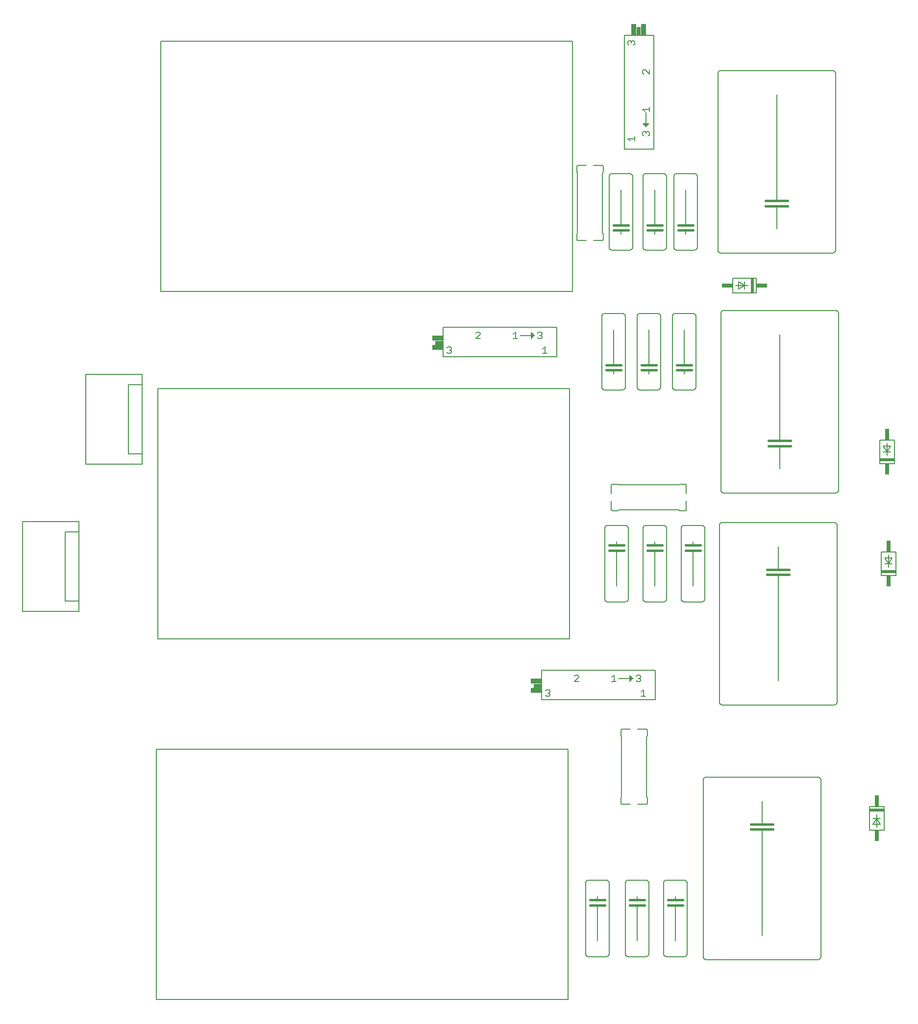
<source format=gto>
G75*
%MOIN*%
%OFA0B0*%
%FSLAX25Y25*%
%IPPOS*%
%LPD*%
%AMOC8*
5,1,8,0,0,1.08239X$1,22.5*
%
%ADD10C,0.00500*%
%ADD11C,0.01600*%
%ADD12C,0.00600*%
%ADD13R,0.03500X0.07500*%
%ADD14R,0.03000X0.05500*%
%ADD15R,0.07500X0.03500*%
%ADD16R,0.05500X0.03000*%
%ADD17R,0.02000X0.10000*%
%ADD18R,0.07500X0.03000*%
%ADD19R,0.10000X0.02000*%
%ADD20R,0.03000X0.07500*%
%ADD21C,0.00800*%
D10*
X0106800Y0006800D02*
X0106800Y0176800D01*
X0386800Y0176800D01*
X0386800Y0006800D01*
X0106800Y0006800D01*
X0107800Y0251800D02*
X0387800Y0251800D01*
X0387800Y0421800D01*
X0107800Y0421800D01*
X0107800Y0251800D01*
X0304550Y0446301D02*
X0305301Y0445550D01*
X0306802Y0445550D01*
X0307553Y0446301D01*
X0307553Y0447051D01*
X0306802Y0447802D01*
X0306051Y0447802D01*
X0306802Y0447802D02*
X0307553Y0448553D01*
X0307553Y0449303D01*
X0306802Y0450054D01*
X0305301Y0450054D01*
X0304550Y0449303D01*
X0324050Y0455550D02*
X0327053Y0458553D01*
X0327053Y0459303D01*
X0326302Y0460054D01*
X0324801Y0460054D01*
X0324050Y0459303D01*
X0324050Y0455550D02*
X0327053Y0455550D01*
X0349654Y0455550D02*
X0352656Y0455550D01*
X0351155Y0455550D02*
X0351155Y0460054D01*
X0349654Y0458553D01*
X0366154Y0459303D02*
X0366905Y0460054D01*
X0368406Y0460054D01*
X0369156Y0459303D01*
X0369156Y0458553D01*
X0368406Y0457802D01*
X0369156Y0457051D01*
X0369156Y0456301D01*
X0368406Y0455550D01*
X0366905Y0455550D01*
X0366154Y0456301D01*
X0367655Y0457802D02*
X0368406Y0457802D01*
X0371051Y0450054D02*
X0369550Y0448553D01*
X0371051Y0450054D02*
X0371051Y0445550D01*
X0369550Y0445550D02*
X0372553Y0445550D01*
X0389800Y0487800D02*
X0389800Y0657800D01*
X0109800Y0657800D01*
X0109800Y0487800D01*
X0389800Y0487800D01*
X0429047Y0589946D02*
X0427546Y0591447D01*
X0432050Y0591447D01*
X0432050Y0589946D02*
X0432050Y0592949D01*
X0437546Y0594093D02*
X0437546Y0595594D01*
X0438297Y0596345D01*
X0439047Y0596345D01*
X0439798Y0595594D01*
X0440549Y0596345D01*
X0441299Y0596345D01*
X0442050Y0595594D01*
X0442050Y0594093D01*
X0441299Y0593342D01*
X0439798Y0594843D02*
X0439798Y0595594D01*
X0438297Y0593342D02*
X0437546Y0594093D01*
X0439047Y0609842D02*
X0437546Y0611343D01*
X0442050Y0611343D01*
X0442050Y0609842D02*
X0442050Y0612845D01*
X0442050Y0635446D02*
X0439047Y0638449D01*
X0438297Y0638449D01*
X0437546Y0637698D01*
X0437546Y0636197D01*
X0438297Y0635446D01*
X0442050Y0635446D02*
X0442050Y0638449D01*
X0431299Y0654946D02*
X0432050Y0655697D01*
X0432050Y0657198D01*
X0431299Y0657949D01*
X0430549Y0657949D01*
X0429798Y0657198D01*
X0429798Y0656447D01*
X0429798Y0657198D02*
X0429047Y0657949D01*
X0428297Y0657949D01*
X0427546Y0657198D01*
X0427546Y0655697D01*
X0428297Y0654946D01*
X0433905Y0227054D02*
X0433154Y0226303D01*
X0433905Y0227054D02*
X0435406Y0227054D01*
X0436156Y0226303D01*
X0436156Y0225553D01*
X0435406Y0224802D01*
X0436156Y0224051D01*
X0436156Y0223301D01*
X0435406Y0222550D01*
X0433905Y0222550D01*
X0433154Y0223301D01*
X0434655Y0224802D02*
X0435406Y0224802D01*
X0438051Y0217054D02*
X0438051Y0212550D01*
X0436550Y0212550D02*
X0439553Y0212550D01*
X0436550Y0215553D02*
X0438051Y0217054D01*
X0419656Y0222550D02*
X0416654Y0222550D01*
X0418155Y0222550D02*
X0418155Y0227054D01*
X0416654Y0225553D01*
X0394053Y0225553D02*
X0391050Y0222550D01*
X0394053Y0222550D01*
X0394053Y0225553D02*
X0394053Y0226303D01*
X0393302Y0227054D01*
X0391801Y0227054D01*
X0391050Y0226303D01*
X0374553Y0216303D02*
X0374553Y0215553D01*
X0373802Y0214802D01*
X0374553Y0214051D01*
X0374553Y0213301D01*
X0373802Y0212550D01*
X0372301Y0212550D01*
X0371550Y0213301D01*
X0373051Y0214802D02*
X0373802Y0214802D01*
X0374553Y0216303D02*
X0373802Y0217054D01*
X0372301Y0217054D01*
X0371550Y0216303D01*
D11*
X0414800Y0311800D02*
X0419800Y0311800D01*
X0424800Y0311800D01*
X0424800Y0315300D02*
X0419800Y0315300D01*
X0414800Y0315300D01*
X0440800Y0315300D02*
X0445800Y0315300D01*
X0450800Y0315300D01*
X0450800Y0311800D02*
X0445800Y0311800D01*
X0440800Y0311800D01*
X0466800Y0311800D02*
X0471800Y0311800D01*
X0476800Y0311800D01*
X0476800Y0315300D02*
X0471800Y0315300D01*
X0466800Y0315300D01*
X0522300Y0298800D02*
X0529800Y0298800D01*
X0537300Y0298800D01*
X0537300Y0295300D02*
X0529800Y0295300D01*
X0522300Y0295300D01*
X0523300Y0382800D02*
X0530800Y0382800D01*
X0538300Y0382800D01*
X0538300Y0386300D02*
X0530800Y0386300D01*
X0523300Y0386300D01*
X0470800Y0434300D02*
X0465800Y0434300D01*
X0460800Y0434300D01*
X0460800Y0437800D02*
X0465800Y0437800D01*
X0470800Y0437800D01*
X0446800Y0437800D02*
X0441800Y0437800D01*
X0436800Y0437800D01*
X0436800Y0434300D02*
X0441800Y0434300D01*
X0446800Y0434300D01*
X0422800Y0434300D02*
X0417800Y0434300D01*
X0412800Y0434300D01*
X0412800Y0437800D02*
X0417800Y0437800D01*
X0422800Y0437800D01*
X0422800Y0529300D02*
X0417800Y0529300D01*
X0417800Y0532800D02*
X0422800Y0532800D01*
X0427800Y0532800D01*
X0427800Y0529300D02*
X0422800Y0529300D01*
X0440800Y0529300D02*
X0445800Y0529300D01*
X0450800Y0529300D01*
X0450800Y0532800D02*
X0445800Y0532800D01*
X0440800Y0532800D01*
X0461800Y0532800D02*
X0466800Y0532800D01*
X0471800Y0532800D01*
X0471800Y0529300D02*
X0466800Y0529300D01*
X0461800Y0529300D01*
X0521300Y0545800D02*
X0528800Y0545800D01*
X0536300Y0545800D01*
X0536300Y0549300D02*
X0528800Y0549300D01*
X0521300Y0549300D01*
X0518800Y0125800D02*
X0511300Y0125800D01*
X0511300Y0122300D02*
X0518800Y0122300D01*
X0526300Y0122300D01*
X0526300Y0125800D02*
X0518800Y0125800D01*
X0464800Y0074300D02*
X0459800Y0074300D01*
X0454800Y0074300D01*
X0454800Y0070800D02*
X0459800Y0070800D01*
X0464800Y0070800D01*
X0438800Y0070800D02*
X0433800Y0070800D01*
X0428800Y0070800D01*
X0428800Y0074300D02*
X0433800Y0074300D01*
X0438800Y0074300D01*
X0411800Y0074300D02*
X0406800Y0074300D01*
X0401800Y0074300D01*
X0401800Y0070800D02*
X0406800Y0070800D01*
X0411800Y0070800D01*
D12*
X0406800Y0070800D02*
X0406800Y0046800D01*
X0398800Y0037800D02*
X0398802Y0037713D01*
X0398808Y0037626D01*
X0398817Y0037539D01*
X0398830Y0037453D01*
X0398847Y0037367D01*
X0398868Y0037282D01*
X0398893Y0037199D01*
X0398921Y0037116D01*
X0398952Y0037035D01*
X0398987Y0036955D01*
X0399026Y0036877D01*
X0399068Y0036800D01*
X0399113Y0036725D01*
X0399162Y0036653D01*
X0399213Y0036582D01*
X0399268Y0036514D01*
X0399325Y0036449D01*
X0399386Y0036386D01*
X0399449Y0036325D01*
X0399514Y0036268D01*
X0399582Y0036213D01*
X0399653Y0036162D01*
X0399725Y0036113D01*
X0399800Y0036068D01*
X0399877Y0036026D01*
X0399955Y0035987D01*
X0400035Y0035952D01*
X0400116Y0035921D01*
X0400199Y0035893D01*
X0400282Y0035868D01*
X0400367Y0035847D01*
X0400453Y0035830D01*
X0400539Y0035817D01*
X0400626Y0035808D01*
X0400713Y0035802D01*
X0400800Y0035800D01*
X0412800Y0035800D01*
X0412887Y0035802D01*
X0412974Y0035808D01*
X0413061Y0035817D01*
X0413147Y0035830D01*
X0413233Y0035847D01*
X0413318Y0035868D01*
X0413401Y0035893D01*
X0413484Y0035921D01*
X0413565Y0035952D01*
X0413645Y0035987D01*
X0413723Y0036026D01*
X0413800Y0036068D01*
X0413875Y0036113D01*
X0413947Y0036162D01*
X0414018Y0036213D01*
X0414086Y0036268D01*
X0414151Y0036325D01*
X0414214Y0036386D01*
X0414275Y0036449D01*
X0414332Y0036514D01*
X0414387Y0036582D01*
X0414438Y0036653D01*
X0414487Y0036725D01*
X0414532Y0036800D01*
X0414574Y0036877D01*
X0414613Y0036955D01*
X0414648Y0037035D01*
X0414679Y0037116D01*
X0414707Y0037199D01*
X0414732Y0037282D01*
X0414753Y0037367D01*
X0414770Y0037453D01*
X0414783Y0037539D01*
X0414792Y0037626D01*
X0414798Y0037713D01*
X0414800Y0037800D01*
X0414800Y0085800D01*
X0414798Y0085887D01*
X0414792Y0085974D01*
X0414783Y0086061D01*
X0414770Y0086147D01*
X0414753Y0086233D01*
X0414732Y0086318D01*
X0414707Y0086401D01*
X0414679Y0086484D01*
X0414648Y0086565D01*
X0414613Y0086645D01*
X0414574Y0086723D01*
X0414532Y0086800D01*
X0414487Y0086875D01*
X0414438Y0086947D01*
X0414387Y0087018D01*
X0414332Y0087086D01*
X0414275Y0087151D01*
X0414214Y0087214D01*
X0414151Y0087275D01*
X0414086Y0087332D01*
X0414018Y0087387D01*
X0413947Y0087438D01*
X0413875Y0087487D01*
X0413800Y0087532D01*
X0413723Y0087574D01*
X0413645Y0087613D01*
X0413565Y0087648D01*
X0413484Y0087679D01*
X0413401Y0087707D01*
X0413318Y0087732D01*
X0413233Y0087753D01*
X0413147Y0087770D01*
X0413061Y0087783D01*
X0412974Y0087792D01*
X0412887Y0087798D01*
X0412800Y0087800D01*
X0400800Y0087800D01*
X0400713Y0087798D01*
X0400626Y0087792D01*
X0400539Y0087783D01*
X0400453Y0087770D01*
X0400367Y0087753D01*
X0400282Y0087732D01*
X0400199Y0087707D01*
X0400116Y0087679D01*
X0400035Y0087648D01*
X0399955Y0087613D01*
X0399877Y0087574D01*
X0399800Y0087532D01*
X0399725Y0087487D01*
X0399653Y0087438D01*
X0399582Y0087387D01*
X0399514Y0087332D01*
X0399449Y0087275D01*
X0399386Y0087214D01*
X0399325Y0087151D01*
X0399268Y0087086D01*
X0399213Y0087018D01*
X0399162Y0086947D01*
X0399113Y0086875D01*
X0399068Y0086800D01*
X0399026Y0086723D01*
X0398987Y0086645D01*
X0398952Y0086565D01*
X0398921Y0086484D01*
X0398893Y0086401D01*
X0398868Y0086318D01*
X0398847Y0086233D01*
X0398830Y0086147D01*
X0398817Y0086061D01*
X0398808Y0085974D01*
X0398802Y0085887D01*
X0398800Y0085800D01*
X0398800Y0037800D01*
X0425800Y0037800D02*
X0425800Y0085800D01*
X0425802Y0085887D01*
X0425808Y0085974D01*
X0425817Y0086061D01*
X0425830Y0086147D01*
X0425847Y0086233D01*
X0425868Y0086318D01*
X0425893Y0086401D01*
X0425921Y0086484D01*
X0425952Y0086565D01*
X0425987Y0086645D01*
X0426026Y0086723D01*
X0426068Y0086800D01*
X0426113Y0086875D01*
X0426162Y0086947D01*
X0426213Y0087018D01*
X0426268Y0087086D01*
X0426325Y0087151D01*
X0426386Y0087214D01*
X0426449Y0087275D01*
X0426514Y0087332D01*
X0426582Y0087387D01*
X0426653Y0087438D01*
X0426725Y0087487D01*
X0426800Y0087532D01*
X0426877Y0087574D01*
X0426955Y0087613D01*
X0427035Y0087648D01*
X0427116Y0087679D01*
X0427199Y0087707D01*
X0427282Y0087732D01*
X0427367Y0087753D01*
X0427453Y0087770D01*
X0427539Y0087783D01*
X0427626Y0087792D01*
X0427713Y0087798D01*
X0427800Y0087800D01*
X0439800Y0087800D01*
X0439887Y0087798D01*
X0439974Y0087792D01*
X0440061Y0087783D01*
X0440147Y0087770D01*
X0440233Y0087753D01*
X0440318Y0087732D01*
X0440401Y0087707D01*
X0440484Y0087679D01*
X0440565Y0087648D01*
X0440645Y0087613D01*
X0440723Y0087574D01*
X0440800Y0087532D01*
X0440875Y0087487D01*
X0440947Y0087438D01*
X0441018Y0087387D01*
X0441086Y0087332D01*
X0441151Y0087275D01*
X0441214Y0087214D01*
X0441275Y0087151D01*
X0441332Y0087086D01*
X0441387Y0087018D01*
X0441438Y0086947D01*
X0441487Y0086875D01*
X0441532Y0086800D01*
X0441574Y0086723D01*
X0441613Y0086645D01*
X0441648Y0086565D01*
X0441679Y0086484D01*
X0441707Y0086401D01*
X0441732Y0086318D01*
X0441753Y0086233D01*
X0441770Y0086147D01*
X0441783Y0086061D01*
X0441792Y0085974D01*
X0441798Y0085887D01*
X0441800Y0085800D01*
X0441800Y0037800D01*
X0441798Y0037713D01*
X0441792Y0037626D01*
X0441783Y0037539D01*
X0441770Y0037453D01*
X0441753Y0037367D01*
X0441732Y0037282D01*
X0441707Y0037199D01*
X0441679Y0037116D01*
X0441648Y0037035D01*
X0441613Y0036955D01*
X0441574Y0036877D01*
X0441532Y0036800D01*
X0441487Y0036725D01*
X0441438Y0036653D01*
X0441387Y0036582D01*
X0441332Y0036514D01*
X0441275Y0036449D01*
X0441214Y0036386D01*
X0441151Y0036325D01*
X0441086Y0036268D01*
X0441018Y0036213D01*
X0440947Y0036162D01*
X0440875Y0036113D01*
X0440800Y0036068D01*
X0440723Y0036026D01*
X0440645Y0035987D01*
X0440565Y0035952D01*
X0440484Y0035921D01*
X0440401Y0035893D01*
X0440318Y0035868D01*
X0440233Y0035847D01*
X0440147Y0035830D01*
X0440061Y0035817D01*
X0439974Y0035808D01*
X0439887Y0035802D01*
X0439800Y0035800D01*
X0427800Y0035800D01*
X0427713Y0035802D01*
X0427626Y0035808D01*
X0427539Y0035817D01*
X0427453Y0035830D01*
X0427367Y0035847D01*
X0427282Y0035868D01*
X0427199Y0035893D01*
X0427116Y0035921D01*
X0427035Y0035952D01*
X0426955Y0035987D01*
X0426877Y0036026D01*
X0426800Y0036068D01*
X0426725Y0036113D01*
X0426653Y0036162D01*
X0426582Y0036213D01*
X0426514Y0036268D01*
X0426449Y0036325D01*
X0426386Y0036386D01*
X0426325Y0036449D01*
X0426268Y0036514D01*
X0426213Y0036582D01*
X0426162Y0036653D01*
X0426113Y0036725D01*
X0426068Y0036800D01*
X0426026Y0036877D01*
X0425987Y0036955D01*
X0425952Y0037035D01*
X0425921Y0037116D01*
X0425893Y0037199D01*
X0425868Y0037282D01*
X0425847Y0037367D01*
X0425830Y0037453D01*
X0425817Y0037539D01*
X0425808Y0037626D01*
X0425802Y0037713D01*
X0425800Y0037800D01*
X0433800Y0046800D02*
X0433800Y0070800D01*
X0433800Y0074300D02*
X0433800Y0076800D01*
X0451800Y0085800D02*
X0451800Y0037800D01*
X0451802Y0037713D01*
X0451808Y0037626D01*
X0451817Y0037539D01*
X0451830Y0037453D01*
X0451847Y0037367D01*
X0451868Y0037282D01*
X0451893Y0037199D01*
X0451921Y0037116D01*
X0451952Y0037035D01*
X0451987Y0036955D01*
X0452026Y0036877D01*
X0452068Y0036800D01*
X0452113Y0036725D01*
X0452162Y0036653D01*
X0452213Y0036582D01*
X0452268Y0036514D01*
X0452325Y0036449D01*
X0452386Y0036386D01*
X0452449Y0036325D01*
X0452514Y0036268D01*
X0452582Y0036213D01*
X0452653Y0036162D01*
X0452725Y0036113D01*
X0452800Y0036068D01*
X0452877Y0036026D01*
X0452955Y0035987D01*
X0453035Y0035952D01*
X0453116Y0035921D01*
X0453199Y0035893D01*
X0453282Y0035868D01*
X0453367Y0035847D01*
X0453453Y0035830D01*
X0453539Y0035817D01*
X0453626Y0035808D01*
X0453713Y0035802D01*
X0453800Y0035800D01*
X0465800Y0035800D01*
X0465887Y0035802D01*
X0465974Y0035808D01*
X0466061Y0035817D01*
X0466147Y0035830D01*
X0466233Y0035847D01*
X0466318Y0035868D01*
X0466401Y0035893D01*
X0466484Y0035921D01*
X0466565Y0035952D01*
X0466645Y0035987D01*
X0466723Y0036026D01*
X0466800Y0036068D01*
X0466875Y0036113D01*
X0466947Y0036162D01*
X0467018Y0036213D01*
X0467086Y0036268D01*
X0467151Y0036325D01*
X0467214Y0036386D01*
X0467275Y0036449D01*
X0467332Y0036514D01*
X0467387Y0036582D01*
X0467438Y0036653D01*
X0467487Y0036725D01*
X0467532Y0036800D01*
X0467574Y0036877D01*
X0467613Y0036955D01*
X0467648Y0037035D01*
X0467679Y0037116D01*
X0467707Y0037199D01*
X0467732Y0037282D01*
X0467753Y0037367D01*
X0467770Y0037453D01*
X0467783Y0037539D01*
X0467792Y0037626D01*
X0467798Y0037713D01*
X0467800Y0037800D01*
X0467800Y0085800D01*
X0467798Y0085887D01*
X0467792Y0085974D01*
X0467783Y0086061D01*
X0467770Y0086147D01*
X0467753Y0086233D01*
X0467732Y0086318D01*
X0467707Y0086401D01*
X0467679Y0086484D01*
X0467648Y0086565D01*
X0467613Y0086645D01*
X0467574Y0086723D01*
X0467532Y0086800D01*
X0467487Y0086875D01*
X0467438Y0086947D01*
X0467387Y0087018D01*
X0467332Y0087086D01*
X0467275Y0087151D01*
X0467214Y0087214D01*
X0467151Y0087275D01*
X0467086Y0087332D01*
X0467018Y0087387D01*
X0466947Y0087438D01*
X0466875Y0087487D01*
X0466800Y0087532D01*
X0466723Y0087574D01*
X0466645Y0087613D01*
X0466565Y0087648D01*
X0466484Y0087679D01*
X0466401Y0087707D01*
X0466318Y0087732D01*
X0466233Y0087753D01*
X0466147Y0087770D01*
X0466061Y0087783D01*
X0465974Y0087792D01*
X0465887Y0087798D01*
X0465800Y0087800D01*
X0453800Y0087800D01*
X0453713Y0087798D01*
X0453626Y0087792D01*
X0453539Y0087783D01*
X0453453Y0087770D01*
X0453367Y0087753D01*
X0453282Y0087732D01*
X0453199Y0087707D01*
X0453116Y0087679D01*
X0453035Y0087648D01*
X0452955Y0087613D01*
X0452877Y0087574D01*
X0452800Y0087532D01*
X0452725Y0087487D01*
X0452653Y0087438D01*
X0452582Y0087387D01*
X0452514Y0087332D01*
X0452449Y0087275D01*
X0452386Y0087214D01*
X0452325Y0087151D01*
X0452268Y0087086D01*
X0452213Y0087018D01*
X0452162Y0086947D01*
X0452113Y0086875D01*
X0452068Y0086800D01*
X0452026Y0086723D01*
X0451987Y0086645D01*
X0451952Y0086565D01*
X0451921Y0086484D01*
X0451893Y0086401D01*
X0451868Y0086318D01*
X0451847Y0086233D01*
X0451830Y0086147D01*
X0451817Y0086061D01*
X0451808Y0085974D01*
X0451802Y0085887D01*
X0451800Y0085800D01*
X0459800Y0076800D02*
X0459800Y0074300D01*
X0459800Y0070800D02*
X0459800Y0046800D01*
X0478800Y0035800D02*
X0478800Y0155800D01*
X0478802Y0155887D01*
X0478808Y0155974D01*
X0478817Y0156061D01*
X0478830Y0156147D01*
X0478847Y0156233D01*
X0478868Y0156318D01*
X0478893Y0156401D01*
X0478921Y0156484D01*
X0478952Y0156565D01*
X0478987Y0156645D01*
X0479026Y0156723D01*
X0479068Y0156800D01*
X0479113Y0156875D01*
X0479162Y0156947D01*
X0479213Y0157018D01*
X0479268Y0157086D01*
X0479325Y0157151D01*
X0479386Y0157214D01*
X0479449Y0157275D01*
X0479514Y0157332D01*
X0479582Y0157387D01*
X0479653Y0157438D01*
X0479725Y0157487D01*
X0479800Y0157532D01*
X0479877Y0157574D01*
X0479955Y0157613D01*
X0480035Y0157648D01*
X0480116Y0157679D01*
X0480199Y0157707D01*
X0480282Y0157732D01*
X0480367Y0157753D01*
X0480453Y0157770D01*
X0480539Y0157783D01*
X0480626Y0157792D01*
X0480713Y0157798D01*
X0480800Y0157800D01*
X0556800Y0157800D01*
X0556887Y0157798D01*
X0556974Y0157792D01*
X0557061Y0157783D01*
X0557147Y0157770D01*
X0557233Y0157753D01*
X0557318Y0157732D01*
X0557401Y0157707D01*
X0557484Y0157679D01*
X0557565Y0157648D01*
X0557645Y0157613D01*
X0557723Y0157574D01*
X0557800Y0157532D01*
X0557875Y0157487D01*
X0557947Y0157438D01*
X0558018Y0157387D01*
X0558086Y0157332D01*
X0558151Y0157275D01*
X0558214Y0157214D01*
X0558275Y0157151D01*
X0558332Y0157086D01*
X0558387Y0157018D01*
X0558438Y0156947D01*
X0558487Y0156875D01*
X0558532Y0156800D01*
X0558574Y0156723D01*
X0558613Y0156645D01*
X0558648Y0156565D01*
X0558679Y0156484D01*
X0558707Y0156401D01*
X0558732Y0156318D01*
X0558753Y0156233D01*
X0558770Y0156147D01*
X0558783Y0156061D01*
X0558792Y0155974D01*
X0558798Y0155887D01*
X0558800Y0155800D01*
X0558800Y0035800D01*
X0558798Y0035713D01*
X0558792Y0035626D01*
X0558783Y0035539D01*
X0558770Y0035453D01*
X0558753Y0035367D01*
X0558732Y0035282D01*
X0558707Y0035199D01*
X0558679Y0035116D01*
X0558648Y0035035D01*
X0558613Y0034955D01*
X0558574Y0034877D01*
X0558532Y0034800D01*
X0558487Y0034725D01*
X0558438Y0034653D01*
X0558387Y0034582D01*
X0558332Y0034514D01*
X0558275Y0034449D01*
X0558214Y0034386D01*
X0558151Y0034325D01*
X0558086Y0034268D01*
X0558018Y0034213D01*
X0557947Y0034162D01*
X0557875Y0034113D01*
X0557800Y0034068D01*
X0557723Y0034026D01*
X0557645Y0033987D01*
X0557565Y0033952D01*
X0557484Y0033921D01*
X0557401Y0033893D01*
X0557318Y0033868D01*
X0557233Y0033847D01*
X0557147Y0033830D01*
X0557061Y0033817D01*
X0556974Y0033808D01*
X0556887Y0033802D01*
X0556800Y0033800D01*
X0480800Y0033800D01*
X0480713Y0033802D01*
X0480626Y0033808D01*
X0480539Y0033817D01*
X0480453Y0033830D01*
X0480367Y0033847D01*
X0480282Y0033868D01*
X0480199Y0033893D01*
X0480116Y0033921D01*
X0480035Y0033952D01*
X0479955Y0033987D01*
X0479877Y0034026D01*
X0479800Y0034068D01*
X0479725Y0034113D01*
X0479653Y0034162D01*
X0479582Y0034213D01*
X0479514Y0034268D01*
X0479449Y0034325D01*
X0479386Y0034386D01*
X0479325Y0034449D01*
X0479268Y0034514D01*
X0479213Y0034582D01*
X0479162Y0034653D01*
X0479113Y0034725D01*
X0479068Y0034800D01*
X0479026Y0034877D01*
X0478987Y0034955D01*
X0478952Y0035035D01*
X0478921Y0035116D01*
X0478893Y0035199D01*
X0478868Y0035282D01*
X0478847Y0035367D01*
X0478830Y0035453D01*
X0478817Y0035539D01*
X0478808Y0035626D01*
X0478802Y0035713D01*
X0478800Y0035800D01*
X0518800Y0050300D02*
X0518800Y0122300D01*
X0518800Y0125800D02*
X0518800Y0141300D01*
X0491800Y0206800D02*
X0567800Y0206800D01*
X0567887Y0206802D01*
X0567974Y0206808D01*
X0568061Y0206817D01*
X0568147Y0206830D01*
X0568233Y0206847D01*
X0568318Y0206868D01*
X0568401Y0206893D01*
X0568484Y0206921D01*
X0568565Y0206952D01*
X0568645Y0206987D01*
X0568723Y0207026D01*
X0568800Y0207068D01*
X0568875Y0207113D01*
X0568947Y0207162D01*
X0569018Y0207213D01*
X0569086Y0207268D01*
X0569151Y0207325D01*
X0569214Y0207386D01*
X0569275Y0207449D01*
X0569332Y0207514D01*
X0569387Y0207582D01*
X0569438Y0207653D01*
X0569487Y0207725D01*
X0569532Y0207800D01*
X0569574Y0207877D01*
X0569613Y0207955D01*
X0569648Y0208035D01*
X0569679Y0208116D01*
X0569707Y0208199D01*
X0569732Y0208282D01*
X0569753Y0208367D01*
X0569770Y0208453D01*
X0569783Y0208539D01*
X0569792Y0208626D01*
X0569798Y0208713D01*
X0569800Y0208800D01*
X0569800Y0328800D01*
X0569798Y0328887D01*
X0569792Y0328974D01*
X0569783Y0329061D01*
X0569770Y0329147D01*
X0569753Y0329233D01*
X0569732Y0329318D01*
X0569707Y0329401D01*
X0569679Y0329484D01*
X0569648Y0329565D01*
X0569613Y0329645D01*
X0569574Y0329723D01*
X0569532Y0329800D01*
X0569487Y0329875D01*
X0569438Y0329947D01*
X0569387Y0330018D01*
X0569332Y0330086D01*
X0569275Y0330151D01*
X0569214Y0330214D01*
X0569151Y0330275D01*
X0569086Y0330332D01*
X0569018Y0330387D01*
X0568947Y0330438D01*
X0568875Y0330487D01*
X0568800Y0330532D01*
X0568723Y0330574D01*
X0568645Y0330613D01*
X0568565Y0330648D01*
X0568484Y0330679D01*
X0568401Y0330707D01*
X0568318Y0330732D01*
X0568233Y0330753D01*
X0568147Y0330770D01*
X0568061Y0330783D01*
X0567974Y0330792D01*
X0567887Y0330798D01*
X0567800Y0330800D01*
X0491800Y0330800D01*
X0491713Y0330798D01*
X0491626Y0330792D01*
X0491539Y0330783D01*
X0491453Y0330770D01*
X0491367Y0330753D01*
X0491282Y0330732D01*
X0491199Y0330707D01*
X0491116Y0330679D01*
X0491035Y0330648D01*
X0490955Y0330613D01*
X0490877Y0330574D01*
X0490800Y0330532D01*
X0490725Y0330487D01*
X0490653Y0330438D01*
X0490582Y0330387D01*
X0490514Y0330332D01*
X0490449Y0330275D01*
X0490386Y0330214D01*
X0490325Y0330151D01*
X0490268Y0330086D01*
X0490213Y0330018D01*
X0490162Y0329947D01*
X0490113Y0329875D01*
X0490068Y0329800D01*
X0490026Y0329723D01*
X0489987Y0329645D01*
X0489952Y0329565D01*
X0489921Y0329484D01*
X0489893Y0329401D01*
X0489868Y0329318D01*
X0489847Y0329233D01*
X0489830Y0329147D01*
X0489817Y0329061D01*
X0489808Y0328974D01*
X0489802Y0328887D01*
X0489800Y0328800D01*
X0489800Y0208800D01*
X0489802Y0208713D01*
X0489808Y0208626D01*
X0489817Y0208539D01*
X0489830Y0208453D01*
X0489847Y0208367D01*
X0489868Y0208282D01*
X0489893Y0208199D01*
X0489921Y0208116D01*
X0489952Y0208035D01*
X0489987Y0207955D01*
X0490026Y0207877D01*
X0490068Y0207800D01*
X0490113Y0207725D01*
X0490162Y0207653D01*
X0490213Y0207582D01*
X0490268Y0207514D01*
X0490325Y0207449D01*
X0490386Y0207386D01*
X0490449Y0207325D01*
X0490514Y0207268D01*
X0490582Y0207213D01*
X0490653Y0207162D01*
X0490725Y0207113D01*
X0490800Y0207068D01*
X0490877Y0207026D01*
X0490955Y0206987D01*
X0491035Y0206952D01*
X0491116Y0206921D01*
X0491199Y0206893D01*
X0491282Y0206868D01*
X0491367Y0206847D01*
X0491453Y0206830D01*
X0491539Y0206817D01*
X0491626Y0206808D01*
X0491713Y0206802D01*
X0491800Y0206800D01*
X0529800Y0223300D02*
X0529800Y0295300D01*
X0529800Y0298800D02*
X0529800Y0314300D01*
X0492800Y0350800D02*
X0568800Y0350800D01*
X0568887Y0350802D01*
X0568974Y0350808D01*
X0569061Y0350817D01*
X0569147Y0350830D01*
X0569233Y0350847D01*
X0569318Y0350868D01*
X0569401Y0350893D01*
X0569484Y0350921D01*
X0569565Y0350952D01*
X0569645Y0350987D01*
X0569723Y0351026D01*
X0569800Y0351068D01*
X0569875Y0351113D01*
X0569947Y0351162D01*
X0570018Y0351213D01*
X0570086Y0351268D01*
X0570151Y0351325D01*
X0570214Y0351386D01*
X0570275Y0351449D01*
X0570332Y0351514D01*
X0570387Y0351582D01*
X0570438Y0351653D01*
X0570487Y0351725D01*
X0570532Y0351800D01*
X0570574Y0351877D01*
X0570613Y0351955D01*
X0570648Y0352035D01*
X0570679Y0352116D01*
X0570707Y0352199D01*
X0570732Y0352282D01*
X0570753Y0352367D01*
X0570770Y0352453D01*
X0570783Y0352539D01*
X0570792Y0352626D01*
X0570798Y0352713D01*
X0570800Y0352800D01*
X0570800Y0472800D01*
X0570798Y0472887D01*
X0570792Y0472974D01*
X0570783Y0473061D01*
X0570770Y0473147D01*
X0570753Y0473233D01*
X0570732Y0473318D01*
X0570707Y0473401D01*
X0570679Y0473484D01*
X0570648Y0473565D01*
X0570613Y0473645D01*
X0570574Y0473723D01*
X0570532Y0473800D01*
X0570487Y0473875D01*
X0570438Y0473947D01*
X0570387Y0474018D01*
X0570332Y0474086D01*
X0570275Y0474151D01*
X0570214Y0474214D01*
X0570151Y0474275D01*
X0570086Y0474332D01*
X0570018Y0474387D01*
X0569947Y0474438D01*
X0569875Y0474487D01*
X0569800Y0474532D01*
X0569723Y0474574D01*
X0569645Y0474613D01*
X0569565Y0474648D01*
X0569484Y0474679D01*
X0569401Y0474707D01*
X0569318Y0474732D01*
X0569233Y0474753D01*
X0569147Y0474770D01*
X0569061Y0474783D01*
X0568974Y0474792D01*
X0568887Y0474798D01*
X0568800Y0474800D01*
X0492800Y0474800D01*
X0492713Y0474798D01*
X0492626Y0474792D01*
X0492539Y0474783D01*
X0492453Y0474770D01*
X0492367Y0474753D01*
X0492282Y0474732D01*
X0492199Y0474707D01*
X0492116Y0474679D01*
X0492035Y0474648D01*
X0491955Y0474613D01*
X0491877Y0474574D01*
X0491800Y0474532D01*
X0491725Y0474487D01*
X0491653Y0474438D01*
X0491582Y0474387D01*
X0491514Y0474332D01*
X0491449Y0474275D01*
X0491386Y0474214D01*
X0491325Y0474151D01*
X0491268Y0474086D01*
X0491213Y0474018D01*
X0491162Y0473947D01*
X0491113Y0473875D01*
X0491068Y0473800D01*
X0491026Y0473723D01*
X0490987Y0473645D01*
X0490952Y0473565D01*
X0490921Y0473484D01*
X0490893Y0473401D01*
X0490868Y0473318D01*
X0490847Y0473233D01*
X0490830Y0473147D01*
X0490817Y0473061D01*
X0490808Y0472974D01*
X0490802Y0472887D01*
X0490800Y0472800D01*
X0490800Y0352800D01*
X0490802Y0352713D01*
X0490808Y0352626D01*
X0490817Y0352539D01*
X0490830Y0352453D01*
X0490847Y0352367D01*
X0490868Y0352282D01*
X0490893Y0352199D01*
X0490921Y0352116D01*
X0490952Y0352035D01*
X0490987Y0351955D01*
X0491026Y0351877D01*
X0491068Y0351800D01*
X0491113Y0351725D01*
X0491162Y0351653D01*
X0491213Y0351582D01*
X0491268Y0351514D01*
X0491325Y0351449D01*
X0491386Y0351386D01*
X0491449Y0351325D01*
X0491514Y0351268D01*
X0491582Y0351213D01*
X0491653Y0351162D01*
X0491725Y0351113D01*
X0491800Y0351068D01*
X0491877Y0351026D01*
X0491955Y0350987D01*
X0492035Y0350952D01*
X0492116Y0350921D01*
X0492199Y0350893D01*
X0492282Y0350868D01*
X0492367Y0350847D01*
X0492453Y0350830D01*
X0492539Y0350817D01*
X0492626Y0350808D01*
X0492713Y0350802D01*
X0492800Y0350800D01*
X0477800Y0328800D02*
X0465800Y0328800D01*
X0465713Y0328798D01*
X0465626Y0328792D01*
X0465539Y0328783D01*
X0465453Y0328770D01*
X0465367Y0328753D01*
X0465282Y0328732D01*
X0465199Y0328707D01*
X0465116Y0328679D01*
X0465035Y0328648D01*
X0464955Y0328613D01*
X0464877Y0328574D01*
X0464800Y0328532D01*
X0464725Y0328487D01*
X0464653Y0328438D01*
X0464582Y0328387D01*
X0464514Y0328332D01*
X0464449Y0328275D01*
X0464386Y0328214D01*
X0464325Y0328151D01*
X0464268Y0328086D01*
X0464213Y0328018D01*
X0464162Y0327947D01*
X0464113Y0327875D01*
X0464068Y0327800D01*
X0464026Y0327723D01*
X0463987Y0327645D01*
X0463952Y0327565D01*
X0463921Y0327484D01*
X0463893Y0327401D01*
X0463868Y0327318D01*
X0463847Y0327233D01*
X0463830Y0327147D01*
X0463817Y0327061D01*
X0463808Y0326974D01*
X0463802Y0326887D01*
X0463800Y0326800D01*
X0463800Y0278800D01*
X0463802Y0278713D01*
X0463808Y0278626D01*
X0463817Y0278539D01*
X0463830Y0278453D01*
X0463847Y0278367D01*
X0463868Y0278282D01*
X0463893Y0278199D01*
X0463921Y0278116D01*
X0463952Y0278035D01*
X0463987Y0277955D01*
X0464026Y0277877D01*
X0464068Y0277800D01*
X0464113Y0277725D01*
X0464162Y0277653D01*
X0464213Y0277582D01*
X0464268Y0277514D01*
X0464325Y0277449D01*
X0464386Y0277386D01*
X0464449Y0277325D01*
X0464514Y0277268D01*
X0464582Y0277213D01*
X0464653Y0277162D01*
X0464725Y0277113D01*
X0464800Y0277068D01*
X0464877Y0277026D01*
X0464955Y0276987D01*
X0465035Y0276952D01*
X0465116Y0276921D01*
X0465199Y0276893D01*
X0465282Y0276868D01*
X0465367Y0276847D01*
X0465453Y0276830D01*
X0465539Y0276817D01*
X0465626Y0276808D01*
X0465713Y0276802D01*
X0465800Y0276800D01*
X0477800Y0276800D01*
X0477887Y0276802D01*
X0477974Y0276808D01*
X0478061Y0276817D01*
X0478147Y0276830D01*
X0478233Y0276847D01*
X0478318Y0276868D01*
X0478401Y0276893D01*
X0478484Y0276921D01*
X0478565Y0276952D01*
X0478645Y0276987D01*
X0478723Y0277026D01*
X0478800Y0277068D01*
X0478875Y0277113D01*
X0478947Y0277162D01*
X0479018Y0277213D01*
X0479086Y0277268D01*
X0479151Y0277325D01*
X0479214Y0277386D01*
X0479275Y0277449D01*
X0479332Y0277514D01*
X0479387Y0277582D01*
X0479438Y0277653D01*
X0479487Y0277725D01*
X0479532Y0277800D01*
X0479574Y0277877D01*
X0479613Y0277955D01*
X0479648Y0278035D01*
X0479679Y0278116D01*
X0479707Y0278199D01*
X0479732Y0278282D01*
X0479753Y0278367D01*
X0479770Y0278453D01*
X0479783Y0278539D01*
X0479792Y0278626D01*
X0479798Y0278713D01*
X0479800Y0278800D01*
X0479800Y0326800D01*
X0479798Y0326887D01*
X0479792Y0326974D01*
X0479783Y0327061D01*
X0479770Y0327147D01*
X0479753Y0327233D01*
X0479732Y0327318D01*
X0479707Y0327401D01*
X0479679Y0327484D01*
X0479648Y0327565D01*
X0479613Y0327645D01*
X0479574Y0327723D01*
X0479532Y0327800D01*
X0479487Y0327875D01*
X0479438Y0327947D01*
X0479387Y0328018D01*
X0479332Y0328086D01*
X0479275Y0328151D01*
X0479214Y0328214D01*
X0479151Y0328275D01*
X0479086Y0328332D01*
X0479018Y0328387D01*
X0478947Y0328438D01*
X0478875Y0328487D01*
X0478800Y0328532D01*
X0478723Y0328574D01*
X0478645Y0328613D01*
X0478565Y0328648D01*
X0478484Y0328679D01*
X0478401Y0328707D01*
X0478318Y0328732D01*
X0478233Y0328753D01*
X0478147Y0328770D01*
X0478061Y0328783D01*
X0477974Y0328792D01*
X0477887Y0328798D01*
X0477800Y0328800D01*
X0471800Y0317800D02*
X0471800Y0315300D01*
X0471800Y0311800D02*
X0471800Y0287800D01*
X0453800Y0278800D02*
X0453800Y0326800D01*
X0453798Y0326887D01*
X0453792Y0326974D01*
X0453783Y0327061D01*
X0453770Y0327147D01*
X0453753Y0327233D01*
X0453732Y0327318D01*
X0453707Y0327401D01*
X0453679Y0327484D01*
X0453648Y0327565D01*
X0453613Y0327645D01*
X0453574Y0327723D01*
X0453532Y0327800D01*
X0453487Y0327875D01*
X0453438Y0327947D01*
X0453387Y0328018D01*
X0453332Y0328086D01*
X0453275Y0328151D01*
X0453214Y0328214D01*
X0453151Y0328275D01*
X0453086Y0328332D01*
X0453018Y0328387D01*
X0452947Y0328438D01*
X0452875Y0328487D01*
X0452800Y0328532D01*
X0452723Y0328574D01*
X0452645Y0328613D01*
X0452565Y0328648D01*
X0452484Y0328679D01*
X0452401Y0328707D01*
X0452318Y0328732D01*
X0452233Y0328753D01*
X0452147Y0328770D01*
X0452061Y0328783D01*
X0451974Y0328792D01*
X0451887Y0328798D01*
X0451800Y0328800D01*
X0439800Y0328800D01*
X0439713Y0328798D01*
X0439626Y0328792D01*
X0439539Y0328783D01*
X0439453Y0328770D01*
X0439367Y0328753D01*
X0439282Y0328732D01*
X0439199Y0328707D01*
X0439116Y0328679D01*
X0439035Y0328648D01*
X0438955Y0328613D01*
X0438877Y0328574D01*
X0438800Y0328532D01*
X0438725Y0328487D01*
X0438653Y0328438D01*
X0438582Y0328387D01*
X0438514Y0328332D01*
X0438449Y0328275D01*
X0438386Y0328214D01*
X0438325Y0328151D01*
X0438268Y0328086D01*
X0438213Y0328018D01*
X0438162Y0327947D01*
X0438113Y0327875D01*
X0438068Y0327800D01*
X0438026Y0327723D01*
X0437987Y0327645D01*
X0437952Y0327565D01*
X0437921Y0327484D01*
X0437893Y0327401D01*
X0437868Y0327318D01*
X0437847Y0327233D01*
X0437830Y0327147D01*
X0437817Y0327061D01*
X0437808Y0326974D01*
X0437802Y0326887D01*
X0437800Y0326800D01*
X0437800Y0278800D01*
X0437802Y0278713D01*
X0437808Y0278626D01*
X0437817Y0278539D01*
X0437830Y0278453D01*
X0437847Y0278367D01*
X0437868Y0278282D01*
X0437893Y0278199D01*
X0437921Y0278116D01*
X0437952Y0278035D01*
X0437987Y0277955D01*
X0438026Y0277877D01*
X0438068Y0277800D01*
X0438113Y0277725D01*
X0438162Y0277653D01*
X0438213Y0277582D01*
X0438268Y0277514D01*
X0438325Y0277449D01*
X0438386Y0277386D01*
X0438449Y0277325D01*
X0438514Y0277268D01*
X0438582Y0277213D01*
X0438653Y0277162D01*
X0438725Y0277113D01*
X0438800Y0277068D01*
X0438877Y0277026D01*
X0438955Y0276987D01*
X0439035Y0276952D01*
X0439116Y0276921D01*
X0439199Y0276893D01*
X0439282Y0276868D01*
X0439367Y0276847D01*
X0439453Y0276830D01*
X0439539Y0276817D01*
X0439626Y0276808D01*
X0439713Y0276802D01*
X0439800Y0276800D01*
X0451800Y0276800D01*
X0451887Y0276802D01*
X0451974Y0276808D01*
X0452061Y0276817D01*
X0452147Y0276830D01*
X0452233Y0276847D01*
X0452318Y0276868D01*
X0452401Y0276893D01*
X0452484Y0276921D01*
X0452565Y0276952D01*
X0452645Y0276987D01*
X0452723Y0277026D01*
X0452800Y0277068D01*
X0452875Y0277113D01*
X0452947Y0277162D01*
X0453018Y0277213D01*
X0453086Y0277268D01*
X0453151Y0277325D01*
X0453214Y0277386D01*
X0453275Y0277449D01*
X0453332Y0277514D01*
X0453387Y0277582D01*
X0453438Y0277653D01*
X0453487Y0277725D01*
X0453532Y0277800D01*
X0453574Y0277877D01*
X0453613Y0277955D01*
X0453648Y0278035D01*
X0453679Y0278116D01*
X0453707Y0278199D01*
X0453732Y0278282D01*
X0453753Y0278367D01*
X0453770Y0278453D01*
X0453783Y0278539D01*
X0453792Y0278626D01*
X0453798Y0278713D01*
X0453800Y0278800D01*
X0445800Y0287800D02*
X0445800Y0311800D01*
X0445800Y0315300D02*
X0445800Y0317800D01*
X0427800Y0326800D02*
X0427800Y0278800D01*
X0427798Y0278713D01*
X0427792Y0278626D01*
X0427783Y0278539D01*
X0427770Y0278453D01*
X0427753Y0278367D01*
X0427732Y0278282D01*
X0427707Y0278199D01*
X0427679Y0278116D01*
X0427648Y0278035D01*
X0427613Y0277955D01*
X0427574Y0277877D01*
X0427532Y0277800D01*
X0427487Y0277725D01*
X0427438Y0277653D01*
X0427387Y0277582D01*
X0427332Y0277514D01*
X0427275Y0277449D01*
X0427214Y0277386D01*
X0427151Y0277325D01*
X0427086Y0277268D01*
X0427018Y0277213D01*
X0426947Y0277162D01*
X0426875Y0277113D01*
X0426800Y0277068D01*
X0426723Y0277026D01*
X0426645Y0276987D01*
X0426565Y0276952D01*
X0426484Y0276921D01*
X0426401Y0276893D01*
X0426318Y0276868D01*
X0426233Y0276847D01*
X0426147Y0276830D01*
X0426061Y0276817D01*
X0425974Y0276808D01*
X0425887Y0276802D01*
X0425800Y0276800D01*
X0413800Y0276800D01*
X0413713Y0276802D01*
X0413626Y0276808D01*
X0413539Y0276817D01*
X0413453Y0276830D01*
X0413367Y0276847D01*
X0413282Y0276868D01*
X0413199Y0276893D01*
X0413116Y0276921D01*
X0413035Y0276952D01*
X0412955Y0276987D01*
X0412877Y0277026D01*
X0412800Y0277068D01*
X0412725Y0277113D01*
X0412653Y0277162D01*
X0412582Y0277213D01*
X0412514Y0277268D01*
X0412449Y0277325D01*
X0412386Y0277386D01*
X0412325Y0277449D01*
X0412268Y0277514D01*
X0412213Y0277582D01*
X0412162Y0277653D01*
X0412113Y0277725D01*
X0412068Y0277800D01*
X0412026Y0277877D01*
X0411987Y0277955D01*
X0411952Y0278035D01*
X0411921Y0278116D01*
X0411893Y0278199D01*
X0411868Y0278282D01*
X0411847Y0278367D01*
X0411830Y0278453D01*
X0411817Y0278539D01*
X0411808Y0278626D01*
X0411802Y0278713D01*
X0411800Y0278800D01*
X0411800Y0326800D01*
X0411802Y0326887D01*
X0411808Y0326974D01*
X0411817Y0327061D01*
X0411830Y0327147D01*
X0411847Y0327233D01*
X0411868Y0327318D01*
X0411893Y0327401D01*
X0411921Y0327484D01*
X0411952Y0327565D01*
X0411987Y0327645D01*
X0412026Y0327723D01*
X0412068Y0327800D01*
X0412113Y0327875D01*
X0412162Y0327947D01*
X0412213Y0328018D01*
X0412268Y0328086D01*
X0412325Y0328151D01*
X0412386Y0328214D01*
X0412449Y0328275D01*
X0412514Y0328332D01*
X0412582Y0328387D01*
X0412653Y0328438D01*
X0412725Y0328487D01*
X0412800Y0328532D01*
X0412877Y0328574D01*
X0412955Y0328613D01*
X0413035Y0328648D01*
X0413116Y0328679D01*
X0413199Y0328707D01*
X0413282Y0328732D01*
X0413367Y0328753D01*
X0413453Y0328770D01*
X0413539Y0328783D01*
X0413626Y0328792D01*
X0413713Y0328798D01*
X0413800Y0328800D01*
X0425800Y0328800D01*
X0425887Y0328798D01*
X0425974Y0328792D01*
X0426061Y0328783D01*
X0426147Y0328770D01*
X0426233Y0328753D01*
X0426318Y0328732D01*
X0426401Y0328707D01*
X0426484Y0328679D01*
X0426565Y0328648D01*
X0426645Y0328613D01*
X0426723Y0328574D01*
X0426800Y0328532D01*
X0426875Y0328487D01*
X0426947Y0328438D01*
X0427018Y0328387D01*
X0427086Y0328332D01*
X0427151Y0328275D01*
X0427214Y0328214D01*
X0427275Y0328151D01*
X0427332Y0328086D01*
X0427387Y0328018D01*
X0427438Y0327947D01*
X0427487Y0327875D01*
X0427532Y0327800D01*
X0427574Y0327723D01*
X0427613Y0327645D01*
X0427648Y0327565D01*
X0427679Y0327484D01*
X0427707Y0327401D01*
X0427732Y0327318D01*
X0427753Y0327233D01*
X0427770Y0327147D01*
X0427783Y0327061D01*
X0427792Y0326974D01*
X0427798Y0326887D01*
X0427800Y0326800D01*
X0420800Y0338800D02*
X0417300Y0338800D01*
X0417240Y0338802D01*
X0417179Y0338807D01*
X0417120Y0338816D01*
X0417061Y0338829D01*
X0417002Y0338845D01*
X0416945Y0338865D01*
X0416890Y0338888D01*
X0416835Y0338915D01*
X0416783Y0338944D01*
X0416732Y0338977D01*
X0416683Y0339013D01*
X0416637Y0339051D01*
X0416593Y0339093D01*
X0416551Y0339137D01*
X0416513Y0339183D01*
X0416477Y0339232D01*
X0416444Y0339283D01*
X0416415Y0339335D01*
X0416388Y0339390D01*
X0416365Y0339445D01*
X0416345Y0339502D01*
X0416329Y0339561D01*
X0416316Y0339620D01*
X0416307Y0339679D01*
X0416302Y0339740D01*
X0416300Y0339800D01*
X0416300Y0345300D01*
X0416300Y0350300D02*
X0416300Y0355800D01*
X0416302Y0355860D01*
X0416307Y0355921D01*
X0416316Y0355980D01*
X0416329Y0356039D01*
X0416345Y0356098D01*
X0416365Y0356155D01*
X0416388Y0356210D01*
X0416415Y0356265D01*
X0416444Y0356317D01*
X0416477Y0356368D01*
X0416513Y0356417D01*
X0416551Y0356463D01*
X0416593Y0356507D01*
X0416637Y0356549D01*
X0416683Y0356587D01*
X0416732Y0356623D01*
X0416783Y0356656D01*
X0416835Y0356685D01*
X0416890Y0356712D01*
X0416945Y0356735D01*
X0417002Y0356755D01*
X0417061Y0356771D01*
X0417120Y0356784D01*
X0417179Y0356793D01*
X0417240Y0356798D01*
X0417300Y0356800D01*
X0420800Y0356800D01*
X0421300Y0356300D01*
X0462300Y0356300D01*
X0462800Y0356800D01*
X0466300Y0356800D01*
X0466360Y0356798D01*
X0466421Y0356793D01*
X0466480Y0356784D01*
X0466539Y0356771D01*
X0466598Y0356755D01*
X0466655Y0356735D01*
X0466710Y0356712D01*
X0466765Y0356685D01*
X0466817Y0356656D01*
X0466868Y0356623D01*
X0466917Y0356587D01*
X0466963Y0356549D01*
X0467007Y0356507D01*
X0467049Y0356463D01*
X0467087Y0356417D01*
X0467123Y0356368D01*
X0467156Y0356317D01*
X0467185Y0356265D01*
X0467212Y0356210D01*
X0467235Y0356155D01*
X0467255Y0356098D01*
X0467271Y0356039D01*
X0467284Y0355980D01*
X0467293Y0355921D01*
X0467298Y0355860D01*
X0467300Y0355800D01*
X0467300Y0350300D01*
X0467300Y0345300D02*
X0467300Y0339800D01*
X0467298Y0339740D01*
X0467293Y0339679D01*
X0467284Y0339620D01*
X0467271Y0339561D01*
X0467255Y0339502D01*
X0467235Y0339445D01*
X0467212Y0339390D01*
X0467185Y0339335D01*
X0467156Y0339283D01*
X0467123Y0339232D01*
X0467087Y0339183D01*
X0467049Y0339137D01*
X0467007Y0339093D01*
X0466963Y0339051D01*
X0466917Y0339013D01*
X0466868Y0338977D01*
X0466817Y0338944D01*
X0466765Y0338915D01*
X0466710Y0338888D01*
X0466655Y0338865D01*
X0466598Y0338845D01*
X0466539Y0338829D01*
X0466480Y0338816D01*
X0466421Y0338807D01*
X0466360Y0338802D01*
X0466300Y0338800D01*
X0462800Y0338800D01*
X0462300Y0339300D01*
X0421300Y0339300D01*
X0420800Y0338800D01*
X0419800Y0317800D02*
X0419800Y0315300D01*
X0419800Y0311800D02*
X0419800Y0287800D01*
X0428800Y0226800D02*
X0428800Y0222800D01*
X0429300Y0223300D01*
X0429300Y0224800D01*
X0421300Y0224800D01*
X0428800Y0226800D02*
X0429300Y0226300D01*
X0429300Y0224800D01*
X0430800Y0224800D01*
X0430300Y0225300D01*
X0429800Y0225800D01*
X0429300Y0226300D01*
X0429800Y0225800D02*
X0429800Y0223800D01*
X0430300Y0224300D01*
X0430300Y0225300D01*
X0430800Y0224800D02*
X0430300Y0224300D01*
X0429800Y0223800D02*
X0429300Y0223300D01*
X0446300Y0230300D02*
X0446300Y0210300D01*
X0368800Y0210300D01*
X0368800Y0230300D01*
X0446300Y0230300D01*
X0439800Y0190300D02*
X0434300Y0190300D01*
X0429300Y0190300D02*
X0423800Y0190300D01*
X0423740Y0190298D01*
X0423679Y0190293D01*
X0423620Y0190284D01*
X0423561Y0190271D01*
X0423502Y0190255D01*
X0423445Y0190235D01*
X0423390Y0190212D01*
X0423335Y0190185D01*
X0423283Y0190156D01*
X0423232Y0190123D01*
X0423183Y0190087D01*
X0423137Y0190049D01*
X0423093Y0190007D01*
X0423051Y0189963D01*
X0423013Y0189917D01*
X0422977Y0189868D01*
X0422944Y0189817D01*
X0422915Y0189765D01*
X0422888Y0189710D01*
X0422865Y0189655D01*
X0422845Y0189598D01*
X0422829Y0189539D01*
X0422816Y0189480D01*
X0422807Y0189421D01*
X0422802Y0189360D01*
X0422800Y0189300D01*
X0422800Y0185800D01*
X0423300Y0185300D01*
X0423300Y0144300D01*
X0422800Y0143800D01*
X0422800Y0140300D01*
X0422802Y0140240D01*
X0422807Y0140179D01*
X0422816Y0140120D01*
X0422829Y0140061D01*
X0422845Y0140002D01*
X0422865Y0139945D01*
X0422888Y0139890D01*
X0422915Y0139835D01*
X0422944Y0139783D01*
X0422977Y0139732D01*
X0423013Y0139683D01*
X0423051Y0139637D01*
X0423093Y0139593D01*
X0423137Y0139551D01*
X0423183Y0139513D01*
X0423232Y0139477D01*
X0423283Y0139444D01*
X0423335Y0139415D01*
X0423390Y0139388D01*
X0423445Y0139365D01*
X0423502Y0139345D01*
X0423561Y0139329D01*
X0423620Y0139316D01*
X0423679Y0139307D01*
X0423740Y0139302D01*
X0423800Y0139300D01*
X0429300Y0139300D01*
X0434300Y0139300D02*
X0439800Y0139300D01*
X0439860Y0139302D01*
X0439921Y0139307D01*
X0439980Y0139316D01*
X0440039Y0139329D01*
X0440098Y0139345D01*
X0440155Y0139365D01*
X0440210Y0139388D01*
X0440265Y0139415D01*
X0440317Y0139444D01*
X0440368Y0139477D01*
X0440417Y0139513D01*
X0440463Y0139551D01*
X0440507Y0139593D01*
X0440549Y0139637D01*
X0440587Y0139683D01*
X0440623Y0139732D01*
X0440656Y0139783D01*
X0440685Y0139835D01*
X0440712Y0139890D01*
X0440735Y0139945D01*
X0440755Y0140002D01*
X0440771Y0140061D01*
X0440784Y0140120D01*
X0440793Y0140179D01*
X0440798Y0140240D01*
X0440800Y0140300D01*
X0440800Y0143800D01*
X0440300Y0144300D01*
X0440300Y0185300D01*
X0440800Y0185800D01*
X0440800Y0189300D01*
X0440798Y0189360D01*
X0440793Y0189421D01*
X0440784Y0189480D01*
X0440771Y0189539D01*
X0440755Y0189598D01*
X0440735Y0189655D01*
X0440712Y0189710D01*
X0440685Y0189765D01*
X0440656Y0189817D01*
X0440623Y0189868D01*
X0440587Y0189917D01*
X0440549Y0189963D01*
X0440507Y0190007D01*
X0440463Y0190049D01*
X0440417Y0190087D01*
X0440368Y0190123D01*
X0440317Y0190156D01*
X0440265Y0190185D01*
X0440210Y0190212D01*
X0440155Y0190235D01*
X0440098Y0190255D01*
X0440039Y0190271D01*
X0439980Y0190284D01*
X0439921Y0190293D01*
X0439860Y0190298D01*
X0439800Y0190300D01*
X0406800Y0076800D02*
X0406800Y0074300D01*
X0591800Y0121800D02*
X0601800Y0121800D01*
X0601800Y0137800D01*
X0591800Y0137800D01*
X0591800Y0121800D01*
X0594300Y0125800D02*
X0596800Y0129800D01*
X0594300Y0129800D01*
X0596800Y0129800D02*
X0599300Y0125800D01*
X0594300Y0125800D01*
X0596800Y0123800D02*
X0596800Y0129800D01*
X0599300Y0129800D01*
X0596800Y0129800D02*
X0596800Y0132300D01*
X0599800Y0294800D02*
X0609800Y0294800D01*
X0609800Y0310800D01*
X0599800Y0310800D01*
X0599800Y0294800D01*
X0604800Y0300300D02*
X0604800Y0302800D01*
X0607300Y0302800D01*
X0604800Y0302800D02*
X0602300Y0302800D01*
X0604800Y0302800D02*
X0602300Y0306800D01*
X0607300Y0306800D01*
X0604800Y0302800D01*
X0604800Y0308800D01*
X0608800Y0370800D02*
X0598800Y0370800D01*
X0598800Y0386800D01*
X0608800Y0386800D01*
X0608800Y0370800D01*
X0603800Y0376300D02*
X0603800Y0378800D01*
X0606300Y0378800D01*
X0603800Y0378800D02*
X0601300Y0378800D01*
X0603800Y0378800D02*
X0601300Y0382800D01*
X0606300Y0382800D01*
X0603800Y0378800D01*
X0603800Y0384800D01*
X0530800Y0386300D02*
X0530800Y0458300D01*
X0514800Y0486800D02*
X0514800Y0496800D01*
X0498800Y0496800D01*
X0498800Y0486800D01*
X0514800Y0486800D01*
X0509300Y0491800D02*
X0506800Y0491800D01*
X0506800Y0494300D01*
X0506800Y0491800D02*
X0506800Y0489300D01*
X0506800Y0491800D02*
X0502800Y0489300D01*
X0502800Y0494300D01*
X0506800Y0491800D01*
X0500800Y0491800D01*
X0490800Y0513800D02*
X0566800Y0513800D01*
X0566887Y0513802D01*
X0566974Y0513808D01*
X0567061Y0513817D01*
X0567147Y0513830D01*
X0567233Y0513847D01*
X0567318Y0513868D01*
X0567401Y0513893D01*
X0567484Y0513921D01*
X0567565Y0513952D01*
X0567645Y0513987D01*
X0567723Y0514026D01*
X0567800Y0514068D01*
X0567875Y0514113D01*
X0567947Y0514162D01*
X0568018Y0514213D01*
X0568086Y0514268D01*
X0568151Y0514325D01*
X0568214Y0514386D01*
X0568275Y0514449D01*
X0568332Y0514514D01*
X0568387Y0514582D01*
X0568438Y0514653D01*
X0568487Y0514725D01*
X0568532Y0514800D01*
X0568574Y0514877D01*
X0568613Y0514955D01*
X0568648Y0515035D01*
X0568679Y0515116D01*
X0568707Y0515199D01*
X0568732Y0515282D01*
X0568753Y0515367D01*
X0568770Y0515453D01*
X0568783Y0515539D01*
X0568792Y0515626D01*
X0568798Y0515713D01*
X0568800Y0515800D01*
X0568800Y0635800D01*
X0568798Y0635887D01*
X0568792Y0635974D01*
X0568783Y0636061D01*
X0568770Y0636147D01*
X0568753Y0636233D01*
X0568732Y0636318D01*
X0568707Y0636401D01*
X0568679Y0636484D01*
X0568648Y0636565D01*
X0568613Y0636645D01*
X0568574Y0636723D01*
X0568532Y0636800D01*
X0568487Y0636875D01*
X0568438Y0636947D01*
X0568387Y0637018D01*
X0568332Y0637086D01*
X0568275Y0637151D01*
X0568214Y0637214D01*
X0568151Y0637275D01*
X0568086Y0637332D01*
X0568018Y0637387D01*
X0567947Y0637438D01*
X0567875Y0637487D01*
X0567800Y0637532D01*
X0567723Y0637574D01*
X0567645Y0637613D01*
X0567565Y0637648D01*
X0567484Y0637679D01*
X0567401Y0637707D01*
X0567318Y0637732D01*
X0567233Y0637753D01*
X0567147Y0637770D01*
X0567061Y0637783D01*
X0566974Y0637792D01*
X0566887Y0637798D01*
X0566800Y0637800D01*
X0490800Y0637800D01*
X0490713Y0637798D01*
X0490626Y0637792D01*
X0490539Y0637783D01*
X0490453Y0637770D01*
X0490367Y0637753D01*
X0490282Y0637732D01*
X0490199Y0637707D01*
X0490116Y0637679D01*
X0490035Y0637648D01*
X0489955Y0637613D01*
X0489877Y0637574D01*
X0489800Y0637532D01*
X0489725Y0637487D01*
X0489653Y0637438D01*
X0489582Y0637387D01*
X0489514Y0637332D01*
X0489449Y0637275D01*
X0489386Y0637214D01*
X0489325Y0637151D01*
X0489268Y0637086D01*
X0489213Y0637018D01*
X0489162Y0636947D01*
X0489113Y0636875D01*
X0489068Y0636800D01*
X0489026Y0636723D01*
X0488987Y0636645D01*
X0488952Y0636565D01*
X0488921Y0636484D01*
X0488893Y0636401D01*
X0488868Y0636318D01*
X0488847Y0636233D01*
X0488830Y0636147D01*
X0488817Y0636061D01*
X0488808Y0635974D01*
X0488802Y0635887D01*
X0488800Y0635800D01*
X0488800Y0515800D01*
X0488802Y0515713D01*
X0488808Y0515626D01*
X0488817Y0515539D01*
X0488830Y0515453D01*
X0488847Y0515367D01*
X0488868Y0515282D01*
X0488893Y0515199D01*
X0488921Y0515116D01*
X0488952Y0515035D01*
X0488987Y0514955D01*
X0489026Y0514877D01*
X0489068Y0514800D01*
X0489113Y0514725D01*
X0489162Y0514653D01*
X0489213Y0514582D01*
X0489268Y0514514D01*
X0489325Y0514449D01*
X0489386Y0514386D01*
X0489449Y0514325D01*
X0489514Y0514268D01*
X0489582Y0514213D01*
X0489653Y0514162D01*
X0489725Y0514113D01*
X0489800Y0514068D01*
X0489877Y0514026D01*
X0489955Y0513987D01*
X0490035Y0513952D01*
X0490116Y0513921D01*
X0490199Y0513893D01*
X0490282Y0513868D01*
X0490367Y0513847D01*
X0490453Y0513830D01*
X0490539Y0513817D01*
X0490626Y0513808D01*
X0490713Y0513802D01*
X0490800Y0513800D01*
X0474800Y0517800D02*
X0474800Y0565800D01*
X0474798Y0565887D01*
X0474792Y0565974D01*
X0474783Y0566061D01*
X0474770Y0566147D01*
X0474753Y0566233D01*
X0474732Y0566318D01*
X0474707Y0566401D01*
X0474679Y0566484D01*
X0474648Y0566565D01*
X0474613Y0566645D01*
X0474574Y0566723D01*
X0474532Y0566800D01*
X0474487Y0566875D01*
X0474438Y0566947D01*
X0474387Y0567018D01*
X0474332Y0567086D01*
X0474275Y0567151D01*
X0474214Y0567214D01*
X0474151Y0567275D01*
X0474086Y0567332D01*
X0474018Y0567387D01*
X0473947Y0567438D01*
X0473875Y0567487D01*
X0473800Y0567532D01*
X0473723Y0567574D01*
X0473645Y0567613D01*
X0473565Y0567648D01*
X0473484Y0567679D01*
X0473401Y0567707D01*
X0473318Y0567732D01*
X0473233Y0567753D01*
X0473147Y0567770D01*
X0473061Y0567783D01*
X0472974Y0567792D01*
X0472887Y0567798D01*
X0472800Y0567800D01*
X0460800Y0567800D01*
X0460713Y0567798D01*
X0460626Y0567792D01*
X0460539Y0567783D01*
X0460453Y0567770D01*
X0460367Y0567753D01*
X0460282Y0567732D01*
X0460199Y0567707D01*
X0460116Y0567679D01*
X0460035Y0567648D01*
X0459955Y0567613D01*
X0459877Y0567574D01*
X0459800Y0567532D01*
X0459725Y0567487D01*
X0459653Y0567438D01*
X0459582Y0567387D01*
X0459514Y0567332D01*
X0459449Y0567275D01*
X0459386Y0567214D01*
X0459325Y0567151D01*
X0459268Y0567086D01*
X0459213Y0567018D01*
X0459162Y0566947D01*
X0459113Y0566875D01*
X0459068Y0566800D01*
X0459026Y0566723D01*
X0458987Y0566645D01*
X0458952Y0566565D01*
X0458921Y0566484D01*
X0458893Y0566401D01*
X0458868Y0566318D01*
X0458847Y0566233D01*
X0458830Y0566147D01*
X0458817Y0566061D01*
X0458808Y0565974D01*
X0458802Y0565887D01*
X0458800Y0565800D01*
X0458800Y0517800D01*
X0458802Y0517713D01*
X0458808Y0517626D01*
X0458817Y0517539D01*
X0458830Y0517453D01*
X0458847Y0517367D01*
X0458868Y0517282D01*
X0458893Y0517199D01*
X0458921Y0517116D01*
X0458952Y0517035D01*
X0458987Y0516955D01*
X0459026Y0516877D01*
X0459068Y0516800D01*
X0459113Y0516725D01*
X0459162Y0516653D01*
X0459213Y0516582D01*
X0459268Y0516514D01*
X0459325Y0516449D01*
X0459386Y0516386D01*
X0459449Y0516325D01*
X0459514Y0516268D01*
X0459582Y0516213D01*
X0459653Y0516162D01*
X0459725Y0516113D01*
X0459800Y0516068D01*
X0459877Y0516026D01*
X0459955Y0515987D01*
X0460035Y0515952D01*
X0460116Y0515921D01*
X0460199Y0515893D01*
X0460282Y0515868D01*
X0460367Y0515847D01*
X0460453Y0515830D01*
X0460539Y0515817D01*
X0460626Y0515808D01*
X0460713Y0515802D01*
X0460800Y0515800D01*
X0472800Y0515800D01*
X0472887Y0515802D01*
X0472974Y0515808D01*
X0473061Y0515817D01*
X0473147Y0515830D01*
X0473233Y0515847D01*
X0473318Y0515868D01*
X0473401Y0515893D01*
X0473484Y0515921D01*
X0473565Y0515952D01*
X0473645Y0515987D01*
X0473723Y0516026D01*
X0473800Y0516068D01*
X0473875Y0516113D01*
X0473947Y0516162D01*
X0474018Y0516213D01*
X0474086Y0516268D01*
X0474151Y0516325D01*
X0474214Y0516386D01*
X0474275Y0516449D01*
X0474332Y0516514D01*
X0474387Y0516582D01*
X0474438Y0516653D01*
X0474487Y0516725D01*
X0474532Y0516800D01*
X0474574Y0516877D01*
X0474613Y0516955D01*
X0474648Y0517035D01*
X0474679Y0517116D01*
X0474707Y0517199D01*
X0474732Y0517282D01*
X0474753Y0517367D01*
X0474770Y0517453D01*
X0474783Y0517539D01*
X0474792Y0517626D01*
X0474798Y0517713D01*
X0474800Y0517800D01*
X0466800Y0526800D02*
X0466800Y0529300D01*
X0466800Y0532800D02*
X0466800Y0556800D01*
X0453800Y0565800D02*
X0453800Y0517800D01*
X0453798Y0517713D01*
X0453792Y0517626D01*
X0453783Y0517539D01*
X0453770Y0517453D01*
X0453753Y0517367D01*
X0453732Y0517282D01*
X0453707Y0517199D01*
X0453679Y0517116D01*
X0453648Y0517035D01*
X0453613Y0516955D01*
X0453574Y0516877D01*
X0453532Y0516800D01*
X0453487Y0516725D01*
X0453438Y0516653D01*
X0453387Y0516582D01*
X0453332Y0516514D01*
X0453275Y0516449D01*
X0453214Y0516386D01*
X0453151Y0516325D01*
X0453086Y0516268D01*
X0453018Y0516213D01*
X0452947Y0516162D01*
X0452875Y0516113D01*
X0452800Y0516068D01*
X0452723Y0516026D01*
X0452645Y0515987D01*
X0452565Y0515952D01*
X0452484Y0515921D01*
X0452401Y0515893D01*
X0452318Y0515868D01*
X0452233Y0515847D01*
X0452147Y0515830D01*
X0452061Y0515817D01*
X0451974Y0515808D01*
X0451887Y0515802D01*
X0451800Y0515800D01*
X0439800Y0515800D01*
X0439713Y0515802D01*
X0439626Y0515808D01*
X0439539Y0515817D01*
X0439453Y0515830D01*
X0439367Y0515847D01*
X0439282Y0515868D01*
X0439199Y0515893D01*
X0439116Y0515921D01*
X0439035Y0515952D01*
X0438955Y0515987D01*
X0438877Y0516026D01*
X0438800Y0516068D01*
X0438725Y0516113D01*
X0438653Y0516162D01*
X0438582Y0516213D01*
X0438514Y0516268D01*
X0438449Y0516325D01*
X0438386Y0516386D01*
X0438325Y0516449D01*
X0438268Y0516514D01*
X0438213Y0516582D01*
X0438162Y0516653D01*
X0438113Y0516725D01*
X0438068Y0516800D01*
X0438026Y0516877D01*
X0437987Y0516955D01*
X0437952Y0517035D01*
X0437921Y0517116D01*
X0437893Y0517199D01*
X0437868Y0517282D01*
X0437847Y0517367D01*
X0437830Y0517453D01*
X0437817Y0517539D01*
X0437808Y0517626D01*
X0437802Y0517713D01*
X0437800Y0517800D01*
X0437800Y0565800D01*
X0437802Y0565887D01*
X0437808Y0565974D01*
X0437817Y0566061D01*
X0437830Y0566147D01*
X0437847Y0566233D01*
X0437868Y0566318D01*
X0437893Y0566401D01*
X0437921Y0566484D01*
X0437952Y0566565D01*
X0437987Y0566645D01*
X0438026Y0566723D01*
X0438068Y0566800D01*
X0438113Y0566875D01*
X0438162Y0566947D01*
X0438213Y0567018D01*
X0438268Y0567086D01*
X0438325Y0567151D01*
X0438386Y0567214D01*
X0438449Y0567275D01*
X0438514Y0567332D01*
X0438582Y0567387D01*
X0438653Y0567438D01*
X0438725Y0567487D01*
X0438800Y0567532D01*
X0438877Y0567574D01*
X0438955Y0567613D01*
X0439035Y0567648D01*
X0439116Y0567679D01*
X0439199Y0567707D01*
X0439282Y0567732D01*
X0439367Y0567753D01*
X0439453Y0567770D01*
X0439539Y0567783D01*
X0439626Y0567792D01*
X0439713Y0567798D01*
X0439800Y0567800D01*
X0451800Y0567800D01*
X0451887Y0567798D01*
X0451974Y0567792D01*
X0452061Y0567783D01*
X0452147Y0567770D01*
X0452233Y0567753D01*
X0452318Y0567732D01*
X0452401Y0567707D01*
X0452484Y0567679D01*
X0452565Y0567648D01*
X0452645Y0567613D01*
X0452723Y0567574D01*
X0452800Y0567532D01*
X0452875Y0567487D01*
X0452947Y0567438D01*
X0453018Y0567387D01*
X0453086Y0567332D01*
X0453151Y0567275D01*
X0453214Y0567214D01*
X0453275Y0567151D01*
X0453332Y0567086D01*
X0453387Y0567018D01*
X0453438Y0566947D01*
X0453487Y0566875D01*
X0453532Y0566800D01*
X0453574Y0566723D01*
X0453613Y0566645D01*
X0453648Y0566565D01*
X0453679Y0566484D01*
X0453707Y0566401D01*
X0453732Y0566318D01*
X0453753Y0566233D01*
X0453770Y0566147D01*
X0453783Y0566061D01*
X0453792Y0565974D01*
X0453798Y0565887D01*
X0453800Y0565800D01*
X0445800Y0556800D02*
X0445800Y0532800D01*
X0445800Y0529300D02*
X0445800Y0526800D01*
X0430800Y0517800D02*
X0430800Y0565800D01*
X0430798Y0565887D01*
X0430792Y0565974D01*
X0430783Y0566061D01*
X0430770Y0566147D01*
X0430753Y0566233D01*
X0430732Y0566318D01*
X0430707Y0566401D01*
X0430679Y0566484D01*
X0430648Y0566565D01*
X0430613Y0566645D01*
X0430574Y0566723D01*
X0430532Y0566800D01*
X0430487Y0566875D01*
X0430438Y0566947D01*
X0430387Y0567018D01*
X0430332Y0567086D01*
X0430275Y0567151D01*
X0430214Y0567214D01*
X0430151Y0567275D01*
X0430086Y0567332D01*
X0430018Y0567387D01*
X0429947Y0567438D01*
X0429875Y0567487D01*
X0429800Y0567532D01*
X0429723Y0567574D01*
X0429645Y0567613D01*
X0429565Y0567648D01*
X0429484Y0567679D01*
X0429401Y0567707D01*
X0429318Y0567732D01*
X0429233Y0567753D01*
X0429147Y0567770D01*
X0429061Y0567783D01*
X0428974Y0567792D01*
X0428887Y0567798D01*
X0428800Y0567800D01*
X0416800Y0567800D01*
X0416713Y0567798D01*
X0416626Y0567792D01*
X0416539Y0567783D01*
X0416453Y0567770D01*
X0416367Y0567753D01*
X0416282Y0567732D01*
X0416199Y0567707D01*
X0416116Y0567679D01*
X0416035Y0567648D01*
X0415955Y0567613D01*
X0415877Y0567574D01*
X0415800Y0567532D01*
X0415725Y0567487D01*
X0415653Y0567438D01*
X0415582Y0567387D01*
X0415514Y0567332D01*
X0415449Y0567275D01*
X0415386Y0567214D01*
X0415325Y0567151D01*
X0415268Y0567086D01*
X0415213Y0567018D01*
X0415162Y0566947D01*
X0415113Y0566875D01*
X0415068Y0566800D01*
X0415026Y0566723D01*
X0414987Y0566645D01*
X0414952Y0566565D01*
X0414921Y0566484D01*
X0414893Y0566401D01*
X0414868Y0566318D01*
X0414847Y0566233D01*
X0414830Y0566147D01*
X0414817Y0566061D01*
X0414808Y0565974D01*
X0414802Y0565887D01*
X0414800Y0565800D01*
X0414800Y0517800D01*
X0414802Y0517713D01*
X0414808Y0517626D01*
X0414817Y0517539D01*
X0414830Y0517453D01*
X0414847Y0517367D01*
X0414868Y0517282D01*
X0414893Y0517199D01*
X0414921Y0517116D01*
X0414952Y0517035D01*
X0414987Y0516955D01*
X0415026Y0516877D01*
X0415068Y0516800D01*
X0415113Y0516725D01*
X0415162Y0516653D01*
X0415213Y0516582D01*
X0415268Y0516514D01*
X0415325Y0516449D01*
X0415386Y0516386D01*
X0415449Y0516325D01*
X0415514Y0516268D01*
X0415582Y0516213D01*
X0415653Y0516162D01*
X0415725Y0516113D01*
X0415800Y0516068D01*
X0415877Y0516026D01*
X0415955Y0515987D01*
X0416035Y0515952D01*
X0416116Y0515921D01*
X0416199Y0515893D01*
X0416282Y0515868D01*
X0416367Y0515847D01*
X0416453Y0515830D01*
X0416539Y0515817D01*
X0416626Y0515808D01*
X0416713Y0515802D01*
X0416800Y0515800D01*
X0428800Y0515800D01*
X0428887Y0515802D01*
X0428974Y0515808D01*
X0429061Y0515817D01*
X0429147Y0515830D01*
X0429233Y0515847D01*
X0429318Y0515868D01*
X0429401Y0515893D01*
X0429484Y0515921D01*
X0429565Y0515952D01*
X0429645Y0515987D01*
X0429723Y0516026D01*
X0429800Y0516068D01*
X0429875Y0516113D01*
X0429947Y0516162D01*
X0430018Y0516213D01*
X0430086Y0516268D01*
X0430151Y0516325D01*
X0430214Y0516386D01*
X0430275Y0516449D01*
X0430332Y0516514D01*
X0430387Y0516582D01*
X0430438Y0516653D01*
X0430487Y0516725D01*
X0430532Y0516800D01*
X0430574Y0516877D01*
X0430613Y0516955D01*
X0430648Y0517035D01*
X0430679Y0517116D01*
X0430707Y0517199D01*
X0430732Y0517282D01*
X0430753Y0517367D01*
X0430770Y0517453D01*
X0430783Y0517539D01*
X0430792Y0517626D01*
X0430798Y0517713D01*
X0430800Y0517800D01*
X0422800Y0526800D02*
X0422800Y0529300D01*
X0422800Y0532800D02*
X0422800Y0556800D01*
X0410800Y0568800D02*
X0410800Y0572300D01*
X0410798Y0572360D01*
X0410793Y0572421D01*
X0410784Y0572480D01*
X0410771Y0572539D01*
X0410755Y0572598D01*
X0410735Y0572655D01*
X0410712Y0572710D01*
X0410685Y0572765D01*
X0410656Y0572817D01*
X0410623Y0572868D01*
X0410587Y0572917D01*
X0410549Y0572963D01*
X0410507Y0573007D01*
X0410463Y0573049D01*
X0410417Y0573087D01*
X0410368Y0573123D01*
X0410317Y0573156D01*
X0410265Y0573185D01*
X0410210Y0573212D01*
X0410155Y0573235D01*
X0410098Y0573255D01*
X0410039Y0573271D01*
X0409980Y0573284D01*
X0409921Y0573293D01*
X0409860Y0573298D01*
X0409800Y0573300D01*
X0404300Y0573300D01*
X0399300Y0573300D02*
X0393800Y0573300D01*
X0393740Y0573298D01*
X0393679Y0573293D01*
X0393620Y0573284D01*
X0393561Y0573271D01*
X0393502Y0573255D01*
X0393445Y0573235D01*
X0393390Y0573212D01*
X0393335Y0573185D01*
X0393283Y0573156D01*
X0393232Y0573123D01*
X0393183Y0573087D01*
X0393137Y0573049D01*
X0393093Y0573007D01*
X0393051Y0572963D01*
X0393013Y0572917D01*
X0392977Y0572868D01*
X0392944Y0572817D01*
X0392915Y0572765D01*
X0392888Y0572710D01*
X0392865Y0572655D01*
X0392845Y0572598D01*
X0392829Y0572539D01*
X0392816Y0572480D01*
X0392807Y0572421D01*
X0392802Y0572360D01*
X0392800Y0572300D01*
X0392800Y0568800D01*
X0393300Y0568300D01*
X0393300Y0527300D01*
X0392800Y0526800D01*
X0392800Y0523300D01*
X0392802Y0523240D01*
X0392807Y0523179D01*
X0392816Y0523120D01*
X0392829Y0523061D01*
X0392845Y0523002D01*
X0392865Y0522945D01*
X0392888Y0522890D01*
X0392915Y0522835D01*
X0392944Y0522783D01*
X0392977Y0522732D01*
X0393013Y0522683D01*
X0393051Y0522637D01*
X0393093Y0522593D01*
X0393137Y0522551D01*
X0393183Y0522513D01*
X0393232Y0522477D01*
X0393283Y0522444D01*
X0393335Y0522415D01*
X0393390Y0522388D01*
X0393445Y0522365D01*
X0393502Y0522345D01*
X0393561Y0522329D01*
X0393620Y0522316D01*
X0393679Y0522307D01*
X0393740Y0522302D01*
X0393800Y0522300D01*
X0399300Y0522300D01*
X0404300Y0522300D02*
X0409800Y0522300D01*
X0409860Y0522302D01*
X0409921Y0522307D01*
X0409980Y0522316D01*
X0410039Y0522329D01*
X0410098Y0522345D01*
X0410155Y0522365D01*
X0410210Y0522388D01*
X0410265Y0522415D01*
X0410317Y0522444D01*
X0410368Y0522477D01*
X0410417Y0522513D01*
X0410463Y0522551D01*
X0410507Y0522593D01*
X0410549Y0522637D01*
X0410587Y0522683D01*
X0410623Y0522732D01*
X0410656Y0522783D01*
X0410685Y0522835D01*
X0410712Y0522890D01*
X0410735Y0522945D01*
X0410755Y0523002D01*
X0410771Y0523061D01*
X0410784Y0523120D01*
X0410793Y0523179D01*
X0410798Y0523240D01*
X0410800Y0523300D01*
X0410800Y0526800D01*
X0410300Y0527300D01*
X0410300Y0568300D01*
X0410800Y0568800D01*
X0425300Y0584300D02*
X0445300Y0584300D01*
X0445300Y0661800D01*
X0425300Y0661800D01*
X0425300Y0584300D01*
X0439800Y0599800D02*
X0439300Y0600300D01*
X0438800Y0600800D01*
X0438300Y0601300D01*
X0437800Y0601800D01*
X0441800Y0601800D01*
X0441300Y0601300D01*
X0439800Y0601300D01*
X0439800Y0609300D01*
X0439800Y0601300D02*
X0438300Y0601300D01*
X0438800Y0600800D02*
X0440800Y0600800D01*
X0440300Y0600300D01*
X0439300Y0600300D01*
X0439800Y0599800D02*
X0440300Y0600300D01*
X0440800Y0600800D02*
X0441300Y0601300D01*
X0439800Y0601300D02*
X0439800Y0599800D01*
X0528800Y0621300D02*
X0528800Y0549300D01*
X0528800Y0545800D02*
X0528800Y0530300D01*
X0471800Y0472800D02*
X0459800Y0472800D01*
X0459713Y0472798D01*
X0459626Y0472792D01*
X0459539Y0472783D01*
X0459453Y0472770D01*
X0459367Y0472753D01*
X0459282Y0472732D01*
X0459199Y0472707D01*
X0459116Y0472679D01*
X0459035Y0472648D01*
X0458955Y0472613D01*
X0458877Y0472574D01*
X0458800Y0472532D01*
X0458725Y0472487D01*
X0458653Y0472438D01*
X0458582Y0472387D01*
X0458514Y0472332D01*
X0458449Y0472275D01*
X0458386Y0472214D01*
X0458325Y0472151D01*
X0458268Y0472086D01*
X0458213Y0472018D01*
X0458162Y0471947D01*
X0458113Y0471875D01*
X0458068Y0471800D01*
X0458026Y0471723D01*
X0457987Y0471645D01*
X0457952Y0471565D01*
X0457921Y0471484D01*
X0457893Y0471401D01*
X0457868Y0471318D01*
X0457847Y0471233D01*
X0457830Y0471147D01*
X0457817Y0471061D01*
X0457808Y0470974D01*
X0457802Y0470887D01*
X0457800Y0470800D01*
X0457800Y0422800D01*
X0457802Y0422713D01*
X0457808Y0422626D01*
X0457817Y0422539D01*
X0457830Y0422453D01*
X0457847Y0422367D01*
X0457868Y0422282D01*
X0457893Y0422199D01*
X0457921Y0422116D01*
X0457952Y0422035D01*
X0457987Y0421955D01*
X0458026Y0421877D01*
X0458068Y0421800D01*
X0458113Y0421725D01*
X0458162Y0421653D01*
X0458213Y0421582D01*
X0458268Y0421514D01*
X0458325Y0421449D01*
X0458386Y0421386D01*
X0458449Y0421325D01*
X0458514Y0421268D01*
X0458582Y0421213D01*
X0458653Y0421162D01*
X0458725Y0421113D01*
X0458800Y0421068D01*
X0458877Y0421026D01*
X0458955Y0420987D01*
X0459035Y0420952D01*
X0459116Y0420921D01*
X0459199Y0420893D01*
X0459282Y0420868D01*
X0459367Y0420847D01*
X0459453Y0420830D01*
X0459539Y0420817D01*
X0459626Y0420808D01*
X0459713Y0420802D01*
X0459800Y0420800D01*
X0471800Y0420800D01*
X0471887Y0420802D01*
X0471974Y0420808D01*
X0472061Y0420817D01*
X0472147Y0420830D01*
X0472233Y0420847D01*
X0472318Y0420868D01*
X0472401Y0420893D01*
X0472484Y0420921D01*
X0472565Y0420952D01*
X0472645Y0420987D01*
X0472723Y0421026D01*
X0472800Y0421068D01*
X0472875Y0421113D01*
X0472947Y0421162D01*
X0473018Y0421213D01*
X0473086Y0421268D01*
X0473151Y0421325D01*
X0473214Y0421386D01*
X0473275Y0421449D01*
X0473332Y0421514D01*
X0473387Y0421582D01*
X0473438Y0421653D01*
X0473487Y0421725D01*
X0473532Y0421800D01*
X0473574Y0421877D01*
X0473613Y0421955D01*
X0473648Y0422035D01*
X0473679Y0422116D01*
X0473707Y0422199D01*
X0473732Y0422282D01*
X0473753Y0422367D01*
X0473770Y0422453D01*
X0473783Y0422539D01*
X0473792Y0422626D01*
X0473798Y0422713D01*
X0473800Y0422800D01*
X0473800Y0470800D01*
X0473798Y0470887D01*
X0473792Y0470974D01*
X0473783Y0471061D01*
X0473770Y0471147D01*
X0473753Y0471233D01*
X0473732Y0471318D01*
X0473707Y0471401D01*
X0473679Y0471484D01*
X0473648Y0471565D01*
X0473613Y0471645D01*
X0473574Y0471723D01*
X0473532Y0471800D01*
X0473487Y0471875D01*
X0473438Y0471947D01*
X0473387Y0472018D01*
X0473332Y0472086D01*
X0473275Y0472151D01*
X0473214Y0472214D01*
X0473151Y0472275D01*
X0473086Y0472332D01*
X0473018Y0472387D01*
X0472947Y0472438D01*
X0472875Y0472487D01*
X0472800Y0472532D01*
X0472723Y0472574D01*
X0472645Y0472613D01*
X0472565Y0472648D01*
X0472484Y0472679D01*
X0472401Y0472707D01*
X0472318Y0472732D01*
X0472233Y0472753D01*
X0472147Y0472770D01*
X0472061Y0472783D01*
X0471974Y0472792D01*
X0471887Y0472798D01*
X0471800Y0472800D01*
X0465800Y0461800D02*
X0465800Y0437800D01*
X0465800Y0434300D02*
X0465800Y0431800D01*
X0449800Y0422800D02*
X0449800Y0470800D01*
X0449798Y0470887D01*
X0449792Y0470974D01*
X0449783Y0471061D01*
X0449770Y0471147D01*
X0449753Y0471233D01*
X0449732Y0471318D01*
X0449707Y0471401D01*
X0449679Y0471484D01*
X0449648Y0471565D01*
X0449613Y0471645D01*
X0449574Y0471723D01*
X0449532Y0471800D01*
X0449487Y0471875D01*
X0449438Y0471947D01*
X0449387Y0472018D01*
X0449332Y0472086D01*
X0449275Y0472151D01*
X0449214Y0472214D01*
X0449151Y0472275D01*
X0449086Y0472332D01*
X0449018Y0472387D01*
X0448947Y0472438D01*
X0448875Y0472487D01*
X0448800Y0472532D01*
X0448723Y0472574D01*
X0448645Y0472613D01*
X0448565Y0472648D01*
X0448484Y0472679D01*
X0448401Y0472707D01*
X0448318Y0472732D01*
X0448233Y0472753D01*
X0448147Y0472770D01*
X0448061Y0472783D01*
X0447974Y0472792D01*
X0447887Y0472798D01*
X0447800Y0472800D01*
X0435800Y0472800D01*
X0435713Y0472798D01*
X0435626Y0472792D01*
X0435539Y0472783D01*
X0435453Y0472770D01*
X0435367Y0472753D01*
X0435282Y0472732D01*
X0435199Y0472707D01*
X0435116Y0472679D01*
X0435035Y0472648D01*
X0434955Y0472613D01*
X0434877Y0472574D01*
X0434800Y0472532D01*
X0434725Y0472487D01*
X0434653Y0472438D01*
X0434582Y0472387D01*
X0434514Y0472332D01*
X0434449Y0472275D01*
X0434386Y0472214D01*
X0434325Y0472151D01*
X0434268Y0472086D01*
X0434213Y0472018D01*
X0434162Y0471947D01*
X0434113Y0471875D01*
X0434068Y0471800D01*
X0434026Y0471723D01*
X0433987Y0471645D01*
X0433952Y0471565D01*
X0433921Y0471484D01*
X0433893Y0471401D01*
X0433868Y0471318D01*
X0433847Y0471233D01*
X0433830Y0471147D01*
X0433817Y0471061D01*
X0433808Y0470974D01*
X0433802Y0470887D01*
X0433800Y0470800D01*
X0433800Y0422800D01*
X0433802Y0422713D01*
X0433808Y0422626D01*
X0433817Y0422539D01*
X0433830Y0422453D01*
X0433847Y0422367D01*
X0433868Y0422282D01*
X0433893Y0422199D01*
X0433921Y0422116D01*
X0433952Y0422035D01*
X0433987Y0421955D01*
X0434026Y0421877D01*
X0434068Y0421800D01*
X0434113Y0421725D01*
X0434162Y0421653D01*
X0434213Y0421582D01*
X0434268Y0421514D01*
X0434325Y0421449D01*
X0434386Y0421386D01*
X0434449Y0421325D01*
X0434514Y0421268D01*
X0434582Y0421213D01*
X0434653Y0421162D01*
X0434725Y0421113D01*
X0434800Y0421068D01*
X0434877Y0421026D01*
X0434955Y0420987D01*
X0435035Y0420952D01*
X0435116Y0420921D01*
X0435199Y0420893D01*
X0435282Y0420868D01*
X0435367Y0420847D01*
X0435453Y0420830D01*
X0435539Y0420817D01*
X0435626Y0420808D01*
X0435713Y0420802D01*
X0435800Y0420800D01*
X0447800Y0420800D01*
X0447887Y0420802D01*
X0447974Y0420808D01*
X0448061Y0420817D01*
X0448147Y0420830D01*
X0448233Y0420847D01*
X0448318Y0420868D01*
X0448401Y0420893D01*
X0448484Y0420921D01*
X0448565Y0420952D01*
X0448645Y0420987D01*
X0448723Y0421026D01*
X0448800Y0421068D01*
X0448875Y0421113D01*
X0448947Y0421162D01*
X0449018Y0421213D01*
X0449086Y0421268D01*
X0449151Y0421325D01*
X0449214Y0421386D01*
X0449275Y0421449D01*
X0449332Y0421514D01*
X0449387Y0421582D01*
X0449438Y0421653D01*
X0449487Y0421725D01*
X0449532Y0421800D01*
X0449574Y0421877D01*
X0449613Y0421955D01*
X0449648Y0422035D01*
X0449679Y0422116D01*
X0449707Y0422199D01*
X0449732Y0422282D01*
X0449753Y0422367D01*
X0449770Y0422453D01*
X0449783Y0422539D01*
X0449792Y0422626D01*
X0449798Y0422713D01*
X0449800Y0422800D01*
X0441800Y0431800D02*
X0441800Y0434300D01*
X0441800Y0437800D02*
X0441800Y0461800D01*
X0425800Y0470800D02*
X0425800Y0422800D01*
X0425798Y0422713D01*
X0425792Y0422626D01*
X0425783Y0422539D01*
X0425770Y0422453D01*
X0425753Y0422367D01*
X0425732Y0422282D01*
X0425707Y0422199D01*
X0425679Y0422116D01*
X0425648Y0422035D01*
X0425613Y0421955D01*
X0425574Y0421877D01*
X0425532Y0421800D01*
X0425487Y0421725D01*
X0425438Y0421653D01*
X0425387Y0421582D01*
X0425332Y0421514D01*
X0425275Y0421449D01*
X0425214Y0421386D01*
X0425151Y0421325D01*
X0425086Y0421268D01*
X0425018Y0421213D01*
X0424947Y0421162D01*
X0424875Y0421113D01*
X0424800Y0421068D01*
X0424723Y0421026D01*
X0424645Y0420987D01*
X0424565Y0420952D01*
X0424484Y0420921D01*
X0424401Y0420893D01*
X0424318Y0420868D01*
X0424233Y0420847D01*
X0424147Y0420830D01*
X0424061Y0420817D01*
X0423974Y0420808D01*
X0423887Y0420802D01*
X0423800Y0420800D01*
X0411800Y0420800D01*
X0411713Y0420802D01*
X0411626Y0420808D01*
X0411539Y0420817D01*
X0411453Y0420830D01*
X0411367Y0420847D01*
X0411282Y0420868D01*
X0411199Y0420893D01*
X0411116Y0420921D01*
X0411035Y0420952D01*
X0410955Y0420987D01*
X0410877Y0421026D01*
X0410800Y0421068D01*
X0410725Y0421113D01*
X0410653Y0421162D01*
X0410582Y0421213D01*
X0410514Y0421268D01*
X0410449Y0421325D01*
X0410386Y0421386D01*
X0410325Y0421449D01*
X0410268Y0421514D01*
X0410213Y0421582D01*
X0410162Y0421653D01*
X0410113Y0421725D01*
X0410068Y0421800D01*
X0410026Y0421877D01*
X0409987Y0421955D01*
X0409952Y0422035D01*
X0409921Y0422116D01*
X0409893Y0422199D01*
X0409868Y0422282D01*
X0409847Y0422367D01*
X0409830Y0422453D01*
X0409817Y0422539D01*
X0409808Y0422626D01*
X0409802Y0422713D01*
X0409800Y0422800D01*
X0409800Y0470800D01*
X0409802Y0470887D01*
X0409808Y0470974D01*
X0409817Y0471061D01*
X0409830Y0471147D01*
X0409847Y0471233D01*
X0409868Y0471318D01*
X0409893Y0471401D01*
X0409921Y0471484D01*
X0409952Y0471565D01*
X0409987Y0471645D01*
X0410026Y0471723D01*
X0410068Y0471800D01*
X0410113Y0471875D01*
X0410162Y0471947D01*
X0410213Y0472018D01*
X0410268Y0472086D01*
X0410325Y0472151D01*
X0410386Y0472214D01*
X0410449Y0472275D01*
X0410514Y0472332D01*
X0410582Y0472387D01*
X0410653Y0472438D01*
X0410725Y0472487D01*
X0410800Y0472532D01*
X0410877Y0472574D01*
X0410955Y0472613D01*
X0411035Y0472648D01*
X0411116Y0472679D01*
X0411199Y0472707D01*
X0411282Y0472732D01*
X0411367Y0472753D01*
X0411453Y0472770D01*
X0411539Y0472783D01*
X0411626Y0472792D01*
X0411713Y0472798D01*
X0411800Y0472800D01*
X0423800Y0472800D01*
X0423887Y0472798D01*
X0423974Y0472792D01*
X0424061Y0472783D01*
X0424147Y0472770D01*
X0424233Y0472753D01*
X0424318Y0472732D01*
X0424401Y0472707D01*
X0424484Y0472679D01*
X0424565Y0472648D01*
X0424645Y0472613D01*
X0424723Y0472574D01*
X0424800Y0472532D01*
X0424875Y0472487D01*
X0424947Y0472438D01*
X0425018Y0472387D01*
X0425086Y0472332D01*
X0425151Y0472275D01*
X0425214Y0472214D01*
X0425275Y0472151D01*
X0425332Y0472086D01*
X0425387Y0472018D01*
X0425438Y0471947D01*
X0425487Y0471875D01*
X0425532Y0471800D01*
X0425574Y0471723D01*
X0425613Y0471645D01*
X0425648Y0471565D01*
X0425679Y0471484D01*
X0425707Y0471401D01*
X0425732Y0471318D01*
X0425753Y0471233D01*
X0425770Y0471147D01*
X0425783Y0471061D01*
X0425792Y0470974D01*
X0425798Y0470887D01*
X0425800Y0470800D01*
X0417800Y0461800D02*
X0417800Y0437800D01*
X0417800Y0434300D02*
X0417800Y0431800D01*
X0379300Y0443300D02*
X0379300Y0463300D01*
X0301800Y0463300D01*
X0301800Y0443300D01*
X0379300Y0443300D01*
X0363800Y0457800D02*
X0363300Y0458300D01*
X0362800Y0458800D01*
X0362300Y0459300D01*
X0361800Y0459800D01*
X0361800Y0455800D01*
X0362300Y0456300D01*
X0362300Y0457800D01*
X0354300Y0457800D01*
X0362300Y0457800D02*
X0362300Y0459300D01*
X0362800Y0458800D02*
X0362800Y0456800D01*
X0363300Y0457300D01*
X0363300Y0458300D01*
X0363800Y0457800D02*
X0363300Y0457300D01*
X0362800Y0456800D02*
X0362300Y0456300D01*
X0362300Y0457800D02*
X0363800Y0457800D01*
X0530800Y0382800D02*
X0530800Y0367300D01*
D13*
X0438050Y0665550D03*
X0431550Y0665550D03*
D14*
X0434800Y0664550D03*
D15*
X0298050Y0456050D03*
X0298050Y0449550D03*
X0365050Y0223050D03*
X0365050Y0216550D03*
D16*
X0366050Y0219800D03*
X0299050Y0452800D03*
D17*
X0512300Y0491800D03*
D18*
X0518550Y0491800D03*
X0495050Y0491800D03*
D19*
X0603800Y0373300D03*
X0604800Y0297300D03*
X0596800Y0135300D03*
D20*
X0596800Y0141550D03*
X0596800Y0118050D03*
X0604800Y0291050D03*
X0604800Y0314550D03*
X0603800Y0367050D03*
X0603800Y0390550D03*
D21*
X0097288Y0377296D02*
X0097288Y0370209D01*
X0058804Y0370209D01*
X0058804Y0431292D01*
X0097288Y0431292D01*
X0097288Y0424206D01*
X0087741Y0424206D01*
X0087741Y0377296D01*
X0097288Y0377296D01*
X0097288Y0424206D01*
X0054288Y0331292D02*
X0015804Y0331292D01*
X0015804Y0270209D01*
X0054288Y0270209D01*
X0054288Y0277296D01*
X0044741Y0277296D01*
X0044741Y0324206D01*
X0054288Y0324206D01*
X0054288Y0331292D01*
X0054288Y0324206D02*
X0054288Y0277296D01*
M02*

</source>
